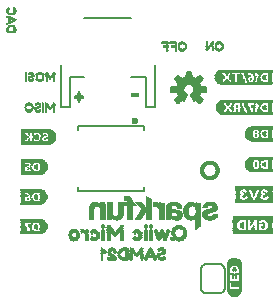
<source format=gbo>
G75*
%MOIN*%
%OFA0B0*%
%FSLAX25Y25*%
%IPPOS*%
%LPD*%
%AMOC8*
5,1,8,0,0,1.08239X$1,22.5*
%
%ADD10C,0.01200*%
%ADD11C,0.00591*%
%ADD12C,0.02362*%
%ADD13C,0.00800*%
%ADD14C,0.00300*%
%ADD15R,0.02559X0.00197*%
%ADD16R,0.02953X0.00197*%
%ADD17R,0.02953X0.00236*%
%ADD18R,0.00591X0.00197*%
%ADD19R,0.00984X0.00197*%
%ADD20R,0.01378X0.00197*%
%ADD21R,0.03346X0.00236*%
%ADD22R,0.03346X0.00197*%
%ADD23R,0.01378X0.00236*%
%ADD24R,0.00984X0.00236*%
%ADD25R,0.10039X0.00118*%
%ADD26R,0.10394X0.00118*%
%ADD27R,0.10630X0.00079*%
%ADD28R,0.10748X0.00157*%
%ADD29R,0.10866X0.00118*%
%ADD30R,0.10984X0.00118*%
%ADD31R,0.11102X0.00079*%
%ADD32R,0.02835X0.00118*%
%ADD33R,0.02480X0.00118*%
%ADD34R,0.02953X0.00118*%
%ADD35R,0.01654X0.00118*%
%ADD36R,0.02598X0.00157*%
%ADD37R,0.01772X0.00157*%
%ADD38R,0.00827X0.00157*%
%ADD39R,0.01063X0.00157*%
%ADD40R,0.01535X0.00157*%
%ADD41R,0.01299X0.00118*%
%ADD42R,0.00472X0.00118*%
%ADD43R,0.00945X0.00118*%
%ADD44R,0.01417X0.00118*%
%ADD45R,0.00354X0.00118*%
%ADD46R,0.00709X0.00118*%
%ADD47R,0.02598X0.00118*%
%ADD48R,0.00827X0.00118*%
%ADD49R,0.00236X0.00118*%
%ADD50R,0.00591X0.00118*%
%ADD51R,0.02480X0.00157*%
%ADD52R,0.00236X0.00157*%
%ADD53R,0.00472X0.00157*%
%ADD54R,0.01417X0.00157*%
%ADD55R,0.01535X0.00118*%
%ADD56R,0.01772X0.00118*%
%ADD57R,0.01181X0.00118*%
%ADD58R,0.01654X0.00157*%
%ADD59R,0.02008X0.00157*%
%ADD60R,0.00118X0.00157*%
%ADD61R,0.01890X0.00157*%
%ADD62R,0.02126X0.00118*%
%ADD63R,0.02008X0.00118*%
%ADD64R,0.02717X0.00118*%
%ADD65R,0.02244X0.00118*%
%ADD66R,0.02835X0.00157*%
%ADD67R,0.00354X0.00157*%
%ADD68R,0.02126X0.00157*%
%ADD69R,0.02362X0.00157*%
%ADD70R,0.02362X0.00118*%
%ADD71R,0.03189X0.00118*%
%ADD72R,0.03661X0.00118*%
%ADD73R,0.03898X0.00157*%
%ADD74R,0.00118X0.00118*%
%ADD75R,0.01890X0.00118*%
%ADD76R,0.01063X0.00118*%
%ADD77R,0.00591X0.00157*%
%ADD78R,0.00709X0.00157*%
%ADD79R,0.00945X0.00157*%
%ADD80R,0.11102X0.00118*%
%ADD81R,0.10748X0.00118*%
%ADD82R,0.10512X0.00118*%
%ADD83R,0.01299X0.00157*%
%ADD84R,0.01181X0.00157*%
%ADD85R,0.03425X0.00118*%
%ADD86R,0.02244X0.00157*%
%ADD87R,0.00118X0.09331*%
%ADD88R,0.00118X0.10039*%
%ADD89R,0.00079X0.10512*%
%ADD90R,0.00157X0.10984*%
%ADD91R,0.00118X0.11220*%
%ADD92R,0.00118X0.11457*%
%ADD93R,0.00079X0.11693*%
%ADD94R,0.00118X0.11929*%
%ADD95R,0.00157X0.02244*%
%ADD96R,0.00157X0.01890*%
%ADD97R,0.00157X0.00354*%
%ADD98R,0.00157X0.03071*%
%ADD99R,0.00118X0.02126*%
%ADD100R,0.00118X0.01890*%
%ADD101R,0.00118X0.00354*%
%ADD102R,0.00118X0.02835*%
%ADD103R,0.00118X0.02244*%
%ADD104R,0.00118X0.01772*%
%ADD105R,0.00118X0.02598*%
%ADD106R,0.00157X0.02362*%
%ADD107R,0.00157X0.01772*%
%ADD108R,0.00157X0.02717*%
%ADD109R,0.00118X0.02362*%
%ADD110R,0.00118X0.00472*%
%ADD111R,0.00118X0.02008*%
%ADD112R,0.00118X0.00709*%
%ADD113R,0.00118X0.02480*%
%ADD114R,0.00118X0.00945*%
%ADD115R,0.00157X0.02480*%
%ADD116R,0.00157X0.02008*%
%ADD117R,0.00157X0.01063*%
%ADD118R,0.00118X0.01063*%
%ADD119R,0.00118X0.00827*%
%ADD120R,0.00118X0.01181*%
%ADD121R,0.00157X0.00827*%
%ADD122R,0.00157X0.01181*%
%ADD123R,0.00118X0.00591*%
%ADD124R,0.00157X0.02598*%
%ADD125R,0.00118X0.02717*%
%ADD126R,0.00157X0.02953*%
%ADD127R,0.00118X0.03071*%
%ADD128R,0.00118X0.11693*%
%ADD129R,0.00118X0.10984*%
%ADD130R,0.00118X0.10512*%
%ADD131R,0.02717X0.00157*%
%ADD132R,0.07323X0.00118*%
%ADD133R,0.07677X0.00118*%
%ADD134R,0.07913X0.00079*%
%ADD135R,0.08150X0.00157*%
%ADD136R,0.08268X0.00118*%
%ADD137R,0.08386X0.00118*%
%ADD138R,0.08504X0.00079*%
%ADD139R,0.05197X0.00118*%
%ADD140R,0.08504X0.00118*%
%ADD141R,0.08150X0.00118*%
%ADD142R,0.07913X0.00118*%
%ADD143R,0.00787X0.00197*%
%ADD144R,0.01181X0.00197*%
%ADD145R,0.02165X0.00197*%
%ADD146R,0.03740X0.00197*%
%ADD147R,0.04134X0.00197*%
%ADD148R,0.00394X0.00197*%
%ADD149R,0.04528X0.00197*%
%ADD150R,0.01772X0.00197*%
%ADD151R,0.01575X0.00197*%
%ADD152R,0.03150X0.00197*%
%ADD153R,0.04724X0.00236*%
%ADD154R,0.01181X0.00236*%
%ADD155R,0.00394X0.00236*%
%ADD156R,0.04331X0.00197*%
%ADD157R,0.01772X0.00236*%
%ADD158R,0.01969X0.00236*%
%ADD159R,0.05118X0.00197*%
%ADD160R,0.04921X0.00197*%
%ADD161R,0.04724X0.00197*%
%ADD162R,0.02756X0.00236*%
%ADD163R,0.02165X0.00236*%
%ADD164R,0.00197X0.00197*%
%ADD165R,0.01969X0.00197*%
%ADD166R,0.02362X0.00197*%
%ADD167R,0.02756X0.00197*%
%ADD168R,0.05709X0.00197*%
%ADD169R,0.03543X0.00197*%
%ADD170R,0.01575X0.00236*%
%ADD171R,0.02362X0.00236*%
%ADD172R,0.01102X0.00157*%
%ADD173R,0.00157X0.00157*%
%ADD174R,0.01260X0.00157*%
%ADD175R,0.00787X0.00157*%
%ADD176R,0.02205X0.00157*%
%ADD177R,0.01732X0.00157*%
%ADD178R,0.02677X0.00157*%
%ADD179R,0.02047X0.00157*%
%ADD180R,0.02520X0.00157*%
%ADD181R,0.02992X0.00157*%
%ADD182R,0.03150X0.00157*%
%ADD183R,0.01575X0.00157*%
%ADD184R,0.03307X0.00157*%
%ADD185R,0.04567X0.00157*%
%ADD186R,0.00315X0.00157*%
%ADD187R,0.03465X0.00157*%
%ADD188R,0.03622X0.00157*%
%ADD189R,0.00630X0.00157*%
%ADD190R,0.03780X0.00157*%
%ADD191R,0.03937X0.00157*%
%ADD192R,0.13386X0.00157*%
%ADD193R,0.13386X0.00118*%
%ADD194R,0.02913X0.00118*%
%ADD195R,0.09646X0.00118*%
%ADD196R,0.02638X0.00157*%
%ADD197R,0.00551X0.00157*%
%ADD198R,0.01378X0.00118*%
%ADD199R,0.00433X0.00118*%
%ADD200R,0.01220X0.00157*%
%ADD201R,0.00433X0.00157*%
%ADD202R,0.01929X0.00118*%
%ADD203R,0.00551X0.00118*%
%ADD204R,0.01220X0.00118*%
%ADD205R,0.02087X0.00118*%
%ADD206R,0.01929X0.00157*%
%ADD207R,0.01811X0.00118*%
%ADD208R,0.00984X0.00118*%
%ADD209R,0.00669X0.00157*%
%ADD210R,0.02638X0.00118*%
%ADD211R,0.01260X0.00118*%
%ADD212R,0.00394X0.00157*%
%ADD213R,0.01378X0.00157*%
%ADD214R,0.00394X0.00118*%
%ADD215R,0.00276X0.00157*%
%ADD216R,0.00276X0.00118*%
%ADD217R,0.01102X0.00118*%
%ADD218R,0.00984X0.00157*%
%ADD219R,0.01811X0.00157*%
%ADD220R,0.02087X0.00157*%
%ADD221R,0.02205X0.00118*%
%ADD222R,0.01496X0.00157*%
%ADD223R,0.02756X0.00118*%
%ADD224R,0.00669X0.00118*%
%ADD225R,0.12520X0.00157*%
%ADD226R,0.12520X0.00118*%
%ADD227R,0.06220X0.00118*%
%ADD228R,0.02047X0.00118*%
%ADD229R,0.01496X0.00118*%
%ADD230R,0.03031X0.00118*%
%ADD231R,0.00157X0.00118*%
%ADD232R,0.00157X0.01654*%
%ADD233R,0.00157X0.00591*%
%ADD234R,0.00157X0.01299*%
%ADD235R,0.00118X0.01299*%
%ADD236R,0.00118X0.01417*%
%ADD237R,0.00118X0.00236*%
%ADD238R,0.00157X0.00945*%
%ADD239R,0.00157X0.01535*%
%ADD240R,0.00118X0.01654*%
%ADD241R,0.00157X0.02835*%
%ADD242R,0.00157X0.00709*%
%ADD243R,0.00118X0.01535*%
%ADD244R,0.17480X0.00118*%
%ADD245R,0.17835X0.00118*%
%ADD246R,0.18071X0.00079*%
%ADD247R,0.18307X0.00157*%
%ADD248R,0.18425X0.00118*%
%ADD249R,0.18543X0.00118*%
%ADD250R,0.09921X0.00079*%
%ADD251R,0.08386X0.00079*%
%ADD252R,0.09803X0.00118*%
%ADD253R,0.03071X0.00157*%
%ADD254R,0.03307X0.00118*%
%ADD255R,0.03425X0.00157*%
%ADD256R,0.09567X0.00118*%
%ADD257R,0.08622X0.00118*%
%ADD258R,0.18307X0.00118*%
%ADD259R,0.18071X0.00118*%
%ADD260R,0.17008X0.00118*%
%ADD261R,0.17362X0.00118*%
%ADD262R,0.17598X0.00079*%
%ADD263R,0.17835X0.00157*%
%ADD264R,0.17953X0.00118*%
%ADD265R,0.09094X0.00118*%
%ADD266R,0.17598X0.00118*%
%ADD267R,0.07087X0.00118*%
%ADD268R,0.07441X0.00118*%
%ADD269R,0.07677X0.00079*%
%ADD270R,0.07913X0.00157*%
%ADD271R,0.08031X0.00118*%
%ADD272R,0.08268X0.00079*%
D10*
X0191733Y0096333D02*
X0191735Y0096434D01*
X0191741Y0096536D01*
X0191751Y0096637D01*
X0191765Y0096737D01*
X0191782Y0096837D01*
X0191804Y0096936D01*
X0191829Y0097034D01*
X0191859Y0097132D01*
X0191892Y0097228D01*
X0191928Y0097322D01*
X0191969Y0097415D01*
X0192013Y0097507D01*
X0192060Y0097596D01*
X0192112Y0097684D01*
X0192166Y0097770D01*
X0192224Y0097853D01*
X0192285Y0097934D01*
X0192349Y0098013D01*
X0192416Y0098089D01*
X0192486Y0098162D01*
X0192558Y0098233D01*
X0192634Y0098301D01*
X0192712Y0098366D01*
X0192792Y0098427D01*
X0192875Y0098486D01*
X0192960Y0098541D01*
X0193048Y0098593D01*
X0193137Y0098642D01*
X0193228Y0098686D01*
X0193320Y0098728D01*
X0193415Y0098765D01*
X0193510Y0098799D01*
X0193607Y0098830D01*
X0193705Y0098856D01*
X0193804Y0098879D01*
X0193904Y0098897D01*
X0194004Y0098912D01*
X0194105Y0098923D01*
X0194206Y0098930D01*
X0194308Y0098933D01*
X0194409Y0098932D01*
X0194510Y0098927D01*
X0194612Y0098918D01*
X0194712Y0098905D01*
X0194812Y0098888D01*
X0194912Y0098868D01*
X0195010Y0098843D01*
X0195107Y0098815D01*
X0195204Y0098783D01*
X0195299Y0098747D01*
X0195392Y0098708D01*
X0195484Y0098664D01*
X0195574Y0098618D01*
X0195662Y0098568D01*
X0195748Y0098514D01*
X0195832Y0098457D01*
X0195914Y0098397D01*
X0195993Y0098334D01*
X0196070Y0098267D01*
X0196144Y0098198D01*
X0196216Y0098126D01*
X0196284Y0098051D01*
X0196350Y0097974D01*
X0196412Y0097894D01*
X0196472Y0097812D01*
X0196528Y0097727D01*
X0196580Y0097640D01*
X0196630Y0097552D01*
X0196676Y0097461D01*
X0196718Y0097369D01*
X0196756Y0097275D01*
X0196791Y0097180D01*
X0196822Y0097083D01*
X0196850Y0096985D01*
X0196873Y0096887D01*
X0196893Y0096787D01*
X0196909Y0096687D01*
X0196921Y0096586D01*
X0196929Y0096485D01*
X0196933Y0096384D01*
X0196933Y0096282D01*
X0196929Y0096181D01*
X0196921Y0096080D01*
X0196909Y0095979D01*
X0196893Y0095879D01*
X0196873Y0095779D01*
X0196850Y0095681D01*
X0196822Y0095583D01*
X0196791Y0095486D01*
X0196756Y0095391D01*
X0196718Y0095297D01*
X0196676Y0095205D01*
X0196630Y0095114D01*
X0196580Y0095026D01*
X0196528Y0094939D01*
X0196472Y0094854D01*
X0196412Y0094772D01*
X0196350Y0094692D01*
X0196284Y0094615D01*
X0196216Y0094540D01*
X0196144Y0094468D01*
X0196070Y0094399D01*
X0195993Y0094332D01*
X0195914Y0094269D01*
X0195832Y0094209D01*
X0195748Y0094152D01*
X0195662Y0094098D01*
X0195574Y0094048D01*
X0195484Y0094002D01*
X0195392Y0093958D01*
X0195299Y0093919D01*
X0195204Y0093883D01*
X0195107Y0093851D01*
X0195010Y0093823D01*
X0194912Y0093798D01*
X0194812Y0093778D01*
X0194712Y0093761D01*
X0194612Y0093748D01*
X0194510Y0093739D01*
X0194409Y0093734D01*
X0194308Y0093733D01*
X0194206Y0093736D01*
X0194105Y0093743D01*
X0194004Y0093754D01*
X0193904Y0093769D01*
X0193804Y0093787D01*
X0193705Y0093810D01*
X0193607Y0093836D01*
X0193510Y0093867D01*
X0193415Y0093901D01*
X0193320Y0093938D01*
X0193228Y0093980D01*
X0193137Y0094024D01*
X0193048Y0094073D01*
X0192960Y0094125D01*
X0192875Y0094180D01*
X0192792Y0094239D01*
X0192712Y0094300D01*
X0192634Y0094365D01*
X0192558Y0094433D01*
X0192486Y0094504D01*
X0192416Y0094577D01*
X0192349Y0094653D01*
X0192285Y0094732D01*
X0192224Y0094813D01*
X0192166Y0094896D01*
X0192112Y0094982D01*
X0192060Y0095070D01*
X0192013Y0095159D01*
X0191969Y0095251D01*
X0191928Y0095344D01*
X0191892Y0095438D01*
X0191859Y0095534D01*
X0191829Y0095632D01*
X0191804Y0095730D01*
X0191782Y0095829D01*
X0191765Y0095929D01*
X0191751Y0096029D01*
X0191741Y0096130D01*
X0191735Y0096232D01*
X0191733Y0096333D01*
D11*
X0190969Y0118680D02*
X0189485Y0119890D01*
X0188887Y0119582D01*
X0188040Y0121628D01*
X0188418Y0121840D01*
X0188737Y0122135D01*
X0188978Y0122495D01*
X0189128Y0122902D01*
X0189179Y0123333D01*
X0189126Y0123772D01*
X0188970Y0124185D01*
X0188721Y0124550D01*
X0188392Y0124845D01*
X0188002Y0125053D01*
X0187574Y0125163D01*
X0187133Y0125167D01*
X0186702Y0125067D01*
X0186308Y0124867D01*
X0185973Y0124580D01*
X0185716Y0124221D01*
X0185551Y0123811D01*
X0185489Y0123373D01*
X0185532Y0122934D01*
X0185678Y0122517D01*
X0185920Y0122147D01*
X0186242Y0121845D01*
X0186627Y0121628D01*
X0185779Y0119582D01*
X0185182Y0119890D01*
X0183698Y0118680D01*
X0182680Y0119698D01*
X0183890Y0121182D01*
X0183582Y0121780D01*
X0183377Y0122420D01*
X0181472Y0122614D01*
X0181472Y0124053D01*
X0183377Y0124247D01*
X0183582Y0124887D01*
X0183890Y0125485D01*
X0182680Y0126969D01*
X0183698Y0127987D01*
X0185182Y0126777D01*
X0185780Y0127085D01*
X0186420Y0127290D01*
X0186614Y0129195D01*
X0188053Y0129195D01*
X0188247Y0127290D01*
X0188887Y0127085D01*
X0189485Y0126777D01*
X0190969Y0127987D01*
X0191987Y0126969D01*
X0190777Y0125485D01*
X0191085Y0124887D01*
X0191290Y0124247D01*
X0193195Y0124053D01*
X0193195Y0122614D01*
X0191290Y0122420D01*
X0191085Y0121780D01*
X0190777Y0121182D01*
X0191987Y0119698D01*
X0190969Y0118680D01*
X0191187Y0118897D02*
X0190702Y0118897D01*
X0189980Y0119486D02*
X0191776Y0119486D01*
X0191679Y0120076D02*
X0188683Y0120076D01*
X0188439Y0120665D02*
X0191198Y0120665D01*
X0190814Y0121254D02*
X0188195Y0121254D01*
X0188421Y0121843D02*
X0191105Y0121843D01*
X0191406Y0122432D02*
X0188935Y0122432D01*
X0189142Y0123021D02*
X0193195Y0123021D01*
X0193195Y0123610D02*
X0189146Y0123610D01*
X0188961Y0124199D02*
X0191759Y0124199D01*
X0191116Y0124788D02*
X0188455Y0124788D01*
X0186216Y0124788D02*
X0183550Y0124788D01*
X0183834Y0125377D02*
X0190832Y0125377D01*
X0191169Y0125966D02*
X0183498Y0125966D01*
X0183017Y0126555D02*
X0191649Y0126555D01*
X0191812Y0127144D02*
X0189936Y0127144D01*
X0190658Y0127733D02*
X0191223Y0127733D01*
X0188701Y0127144D02*
X0185966Y0127144D01*
X0186465Y0127733D02*
X0188202Y0127733D01*
X0188142Y0128322D02*
X0186525Y0128322D01*
X0186585Y0128911D02*
X0188082Y0128911D01*
X0184731Y0127144D02*
X0182855Y0127144D01*
X0183444Y0127733D02*
X0184008Y0127733D01*
X0182907Y0124199D02*
X0185707Y0124199D01*
X0185523Y0123610D02*
X0181472Y0123610D01*
X0181472Y0123021D02*
X0185523Y0123021D01*
X0185734Y0122432D02*
X0183261Y0122432D01*
X0183562Y0121843D02*
X0186246Y0121843D01*
X0186472Y0121254D02*
X0183853Y0121254D01*
X0183468Y0120665D02*
X0186228Y0120665D01*
X0185984Y0120076D02*
X0182988Y0120076D01*
X0182891Y0119486D02*
X0184687Y0119486D01*
X0183964Y0118897D02*
X0183480Y0118897D01*
D12*
X0169408Y0112908D03*
D13*
X0172227Y0111227D02*
X0172227Y0109940D01*
X0172227Y0111227D02*
X0150440Y0111227D01*
X0150440Y0109940D01*
X0147735Y0117617D02*
X0144585Y0117617D01*
X0144585Y0131396D01*
X0147735Y0127459D02*
X0147735Y0117617D01*
X0147735Y0127459D02*
X0152459Y0127459D01*
X0168207Y0127459D02*
X0172932Y0127459D01*
X0172932Y0117617D01*
X0176081Y0117617D01*
X0176081Y0131396D01*
X0168207Y0147144D02*
X0152459Y0147144D01*
X0150440Y0090727D02*
X0150440Y0089440D01*
X0172227Y0089440D01*
X0172227Y0090727D01*
X0193133Y0065133D02*
X0197533Y0065133D01*
X0197616Y0065131D01*
X0197699Y0065125D01*
X0197782Y0065116D01*
X0197864Y0065102D01*
X0197945Y0065085D01*
X0198026Y0065064D01*
X0198105Y0065040D01*
X0198183Y0065011D01*
X0198260Y0064980D01*
X0198335Y0064944D01*
X0198409Y0064906D01*
X0198481Y0064863D01*
X0198550Y0064818D01*
X0198618Y0064769D01*
X0198683Y0064718D01*
X0198746Y0064663D01*
X0198806Y0064606D01*
X0198863Y0064546D01*
X0198918Y0064483D01*
X0198969Y0064418D01*
X0199018Y0064350D01*
X0199063Y0064281D01*
X0199106Y0064209D01*
X0199144Y0064135D01*
X0199180Y0064060D01*
X0199211Y0063983D01*
X0199240Y0063905D01*
X0199264Y0063826D01*
X0199285Y0063745D01*
X0199302Y0063664D01*
X0199316Y0063582D01*
X0199325Y0063499D01*
X0199331Y0063416D01*
X0199333Y0063333D01*
X0199333Y0057333D01*
X0199331Y0057250D01*
X0199325Y0057167D01*
X0199316Y0057084D01*
X0199302Y0057002D01*
X0199285Y0056921D01*
X0199264Y0056840D01*
X0199240Y0056761D01*
X0199211Y0056683D01*
X0199180Y0056606D01*
X0199144Y0056531D01*
X0199106Y0056457D01*
X0199063Y0056385D01*
X0199018Y0056316D01*
X0198969Y0056248D01*
X0198918Y0056183D01*
X0198863Y0056120D01*
X0198806Y0056060D01*
X0198746Y0056003D01*
X0198683Y0055948D01*
X0198618Y0055897D01*
X0198550Y0055848D01*
X0198481Y0055803D01*
X0198409Y0055760D01*
X0198335Y0055722D01*
X0198260Y0055686D01*
X0198183Y0055655D01*
X0198105Y0055626D01*
X0198026Y0055602D01*
X0197945Y0055581D01*
X0197864Y0055564D01*
X0197782Y0055550D01*
X0197699Y0055541D01*
X0197616Y0055535D01*
X0197533Y0055533D01*
X0193133Y0055533D01*
X0193050Y0055535D01*
X0192967Y0055541D01*
X0192884Y0055550D01*
X0192802Y0055564D01*
X0192721Y0055581D01*
X0192640Y0055602D01*
X0192561Y0055626D01*
X0192483Y0055655D01*
X0192406Y0055686D01*
X0192331Y0055722D01*
X0192257Y0055760D01*
X0192185Y0055803D01*
X0192116Y0055848D01*
X0192048Y0055897D01*
X0191983Y0055948D01*
X0191920Y0056003D01*
X0191860Y0056060D01*
X0191803Y0056120D01*
X0191748Y0056183D01*
X0191697Y0056248D01*
X0191648Y0056316D01*
X0191603Y0056385D01*
X0191560Y0056457D01*
X0191522Y0056531D01*
X0191486Y0056606D01*
X0191455Y0056683D01*
X0191426Y0056761D01*
X0191402Y0056840D01*
X0191381Y0056921D01*
X0191364Y0057002D01*
X0191350Y0057084D01*
X0191341Y0057167D01*
X0191335Y0057250D01*
X0191333Y0057333D01*
X0191333Y0063333D01*
X0191335Y0063416D01*
X0191341Y0063499D01*
X0191350Y0063582D01*
X0191364Y0063664D01*
X0191381Y0063745D01*
X0191402Y0063826D01*
X0191426Y0063905D01*
X0191455Y0063983D01*
X0191486Y0064060D01*
X0191522Y0064135D01*
X0191560Y0064209D01*
X0191603Y0064281D01*
X0191648Y0064350D01*
X0191697Y0064418D01*
X0191748Y0064483D01*
X0191803Y0064546D01*
X0191860Y0064606D01*
X0191920Y0064663D01*
X0191983Y0064718D01*
X0192048Y0064769D01*
X0192116Y0064818D01*
X0192185Y0064863D01*
X0192257Y0064906D01*
X0192331Y0064944D01*
X0192406Y0064980D01*
X0192483Y0065011D01*
X0192561Y0065040D01*
X0192640Y0065064D01*
X0192721Y0065085D01*
X0192802Y0065102D01*
X0192884Y0065116D01*
X0192967Y0065125D01*
X0193050Y0065131D01*
X0193133Y0065133D01*
D14*
X0189542Y0076802D02*
X0189739Y0076959D01*
X0189936Y0077156D01*
X0190329Y0077471D01*
X0190684Y0077825D01*
X0190881Y0077983D01*
X0191077Y0078180D01*
X0191077Y0085424D01*
X0190881Y0085463D01*
X0190723Y0085503D01*
X0190526Y0085542D01*
X0190369Y0085542D01*
X0189975Y0085621D01*
X0189818Y0085660D01*
X0189621Y0085699D01*
X0189621Y0084991D01*
X0189306Y0085385D01*
X0188912Y0085621D01*
X0188676Y0085739D01*
X0187967Y0085857D01*
X0187337Y0085778D01*
X0186825Y0085581D01*
X0186392Y0085306D01*
X0186038Y0084951D01*
X0185762Y0084479D01*
X0185566Y0083967D01*
X0185448Y0083416D01*
X0185448Y0082865D01*
X0186944Y0082904D01*
X0187022Y0083534D01*
X0187140Y0083849D01*
X0187259Y0084125D01*
X0187455Y0084361D01*
X0187692Y0084518D01*
X0187967Y0084636D01*
X0188282Y0084676D01*
X0188636Y0084636D01*
X0188912Y0084518D01*
X0189148Y0084361D01*
X0189345Y0084125D01*
X0189463Y0083849D01*
X0189621Y0083219D01*
X0189621Y0082550D01*
X0189463Y0081920D01*
X0189148Y0081448D01*
X0188912Y0081290D01*
X0188636Y0081172D01*
X0188282Y0081133D01*
X0187928Y0081172D01*
X0187652Y0081290D01*
X0187416Y0081448D01*
X0187101Y0081920D01*
X0185762Y0081290D01*
X0186038Y0080857D01*
X0186392Y0080503D01*
X0186786Y0080227D01*
X0187298Y0080030D01*
X0187888Y0079991D01*
X0188125Y0079991D01*
X0188361Y0080030D01*
X0188833Y0080188D01*
X0189030Y0080306D01*
X0189227Y0080463D01*
X0189385Y0080621D01*
X0189542Y0080818D01*
X0189542Y0076802D01*
X0189542Y0076811D02*
X0189554Y0076811D01*
X0189542Y0077110D02*
X0189889Y0077110D01*
X0189542Y0077408D02*
X0190251Y0077408D01*
X0190565Y0077707D02*
X0189542Y0077707D01*
X0189542Y0078005D02*
X0190903Y0078005D01*
X0191077Y0078304D02*
X0189542Y0078304D01*
X0189542Y0078602D02*
X0191077Y0078602D01*
X0191077Y0078901D02*
X0189542Y0078901D01*
X0189542Y0079199D02*
X0191077Y0079199D01*
X0191077Y0079498D02*
X0189542Y0079498D01*
X0189542Y0079796D02*
X0191077Y0079796D01*
X0191077Y0080095D02*
X0189542Y0080095D01*
X0189542Y0080393D02*
X0191077Y0080393D01*
X0191077Y0080692D02*
X0189542Y0080692D01*
X0189441Y0080692D02*
X0186203Y0080692D01*
X0185953Y0080990D02*
X0191077Y0080990D01*
X0191077Y0081289D02*
X0188910Y0081289D01*
X0189242Y0081587D02*
X0191077Y0081587D01*
X0191077Y0081886D02*
X0189441Y0081886D01*
X0189529Y0082184D02*
X0191077Y0082184D01*
X0191077Y0082483D02*
X0189604Y0082483D01*
X0189621Y0082781D02*
X0191077Y0082781D01*
X0191077Y0083080D02*
X0189621Y0083080D01*
X0189581Y0083379D02*
X0191077Y0083379D01*
X0191077Y0083677D02*
X0189506Y0083677D01*
X0189409Y0083976D02*
X0191077Y0083976D01*
X0191077Y0084274D02*
X0189221Y0084274D01*
X0188786Y0084573D02*
X0191077Y0084573D01*
X0191077Y0084871D02*
X0185991Y0084871D01*
X0185817Y0084573D02*
X0187818Y0084573D01*
X0187383Y0084274D02*
X0185684Y0084274D01*
X0185569Y0083976D02*
X0187195Y0083976D01*
X0187076Y0083677D02*
X0185503Y0083677D01*
X0185448Y0083379D02*
X0187003Y0083379D01*
X0186966Y0083080D02*
X0185448Y0083080D01*
X0185448Y0082865D02*
X0185487Y0082314D01*
X0185566Y0081762D01*
X0185762Y0081290D01*
X0187101Y0081920D01*
X0187022Y0082235D01*
X0186983Y0082550D01*
X0186944Y0082904D01*
X0185448Y0082865D01*
X0185453Y0082781D02*
X0186957Y0082781D01*
X0186991Y0082483D02*
X0185475Y0082483D01*
X0185505Y0082184D02*
X0187035Y0082184D01*
X0187029Y0081886D02*
X0187124Y0081886D01*
X0187029Y0081886D02*
X0185548Y0081886D01*
X0185639Y0081587D02*
X0186394Y0081587D01*
X0187323Y0081587D01*
X0187655Y0081289D02*
X0185763Y0081289D01*
X0184975Y0081408D02*
X0184936Y0081211D01*
X0184857Y0080896D01*
X0184778Y0080739D01*
X0184660Y0080581D01*
X0184424Y0080345D01*
X0184306Y0080266D01*
X0183991Y0080109D01*
X0183833Y0080070D01*
X0183676Y0079991D01*
X0183479Y0079991D01*
X0183282Y0079951D01*
X0182967Y0079951D01*
X0182849Y0079991D01*
X0182573Y0079991D01*
X0182455Y0080030D01*
X0182337Y0080030D01*
X0182219Y0080070D01*
X0182062Y0080109D01*
X0181944Y0080148D01*
X0181825Y0080227D01*
X0181747Y0080266D01*
X0181629Y0080345D01*
X0181510Y0080385D01*
X0181392Y0080463D01*
X0181314Y0080581D01*
X0181235Y0080660D01*
X0181235Y0080581D01*
X0181196Y0080542D01*
X0181196Y0080306D01*
X0181156Y0080266D01*
X0181156Y0080227D01*
X0181117Y0080188D01*
X0181117Y0080109D01*
X0179581Y0080109D01*
X0179581Y0080148D01*
X0179621Y0080227D01*
X0179621Y0080266D01*
X0179660Y0080345D01*
X0179660Y0080385D01*
X0179699Y0080463D01*
X0179699Y0080621D01*
X0179739Y0080699D01*
X0179739Y0084243D01*
X0179818Y0084715D01*
X0179896Y0084873D01*
X0179975Y0085070D01*
X0180251Y0085345D01*
X0180408Y0085463D01*
X0180566Y0085542D01*
X0180762Y0085621D01*
X0180920Y0085660D01*
X0181156Y0085739D01*
X0181353Y0085778D01*
X0181550Y0085778D01*
X0181786Y0085818D01*
X0182652Y0085818D01*
X0183361Y0085699D01*
X0183755Y0085542D01*
X0183951Y0085424D01*
X0184266Y0085188D01*
X0184424Y0085030D01*
X0184542Y0084873D01*
X0184660Y0084676D01*
X0184739Y0084440D01*
X0184778Y0084243D01*
X0184818Y0083967D01*
X0183282Y0083967D01*
X0183282Y0084085D01*
X0183243Y0084164D01*
X0183243Y0084282D01*
X0183164Y0084440D01*
X0182928Y0084676D01*
X0182770Y0084755D01*
X0182692Y0084755D01*
X0182573Y0084794D01*
X0182377Y0084794D01*
X0182259Y0084833D01*
X0182180Y0084794D01*
X0181904Y0084794D01*
X0181825Y0084755D01*
X0181747Y0084755D01*
X0181510Y0084636D01*
X0181392Y0084518D01*
X0181314Y0084361D01*
X0181314Y0084282D01*
X0181274Y0084164D01*
X0181274Y0084046D01*
X0181314Y0083849D01*
X0181432Y0083692D01*
X0181589Y0083573D01*
X0181825Y0083495D01*
X0182101Y0083455D01*
X0181944Y0082629D01*
X0181747Y0082629D01*
X0181589Y0082707D01*
X0181510Y0082707D01*
X0181471Y0082747D01*
X0181392Y0082786D01*
X0181353Y0082825D01*
X0181274Y0082865D01*
X0181274Y0082117D01*
X0181314Y0082038D01*
X0181314Y0081920D01*
X0181353Y0081841D01*
X0181353Y0081723D01*
X0181392Y0081605D01*
X0181471Y0081526D01*
X0181510Y0081408D01*
X0181707Y0081211D01*
X0181825Y0081133D01*
X0182298Y0081014D01*
X0182888Y0081014D01*
X0182967Y0081054D01*
X0183046Y0081054D01*
X0183125Y0081093D01*
X0183164Y0081133D01*
X0183243Y0081172D01*
X0183361Y0081290D01*
X0183400Y0081369D01*
X0183400Y0081408D01*
X0183440Y0081526D01*
X0183440Y0081605D01*
X0183479Y0081684D01*
X0183440Y0081802D01*
X0183440Y0081959D01*
X0183361Y0082117D01*
X0183203Y0082274D01*
X0182810Y0082471D01*
X0183125Y0083298D01*
X0183440Y0083259D01*
X0183794Y0083180D01*
X0184109Y0083062D01*
X0184385Y0082904D01*
X0184621Y0082668D01*
X0184818Y0082392D01*
X0184936Y0082038D01*
X0184975Y0081605D01*
X0184975Y0081408D01*
X0184951Y0081289D02*
X0183360Y0081289D01*
X0183440Y0081587D02*
X0184975Y0081587D01*
X0184950Y0081886D02*
X0183440Y0081886D01*
X0183293Y0082184D02*
X0184887Y0082184D01*
X0184753Y0082483D02*
X0182814Y0082483D01*
X0182707Y0082483D01*
X0182731Y0082471D02*
X0182810Y0082471D01*
X0183125Y0083298D01*
X0182770Y0083377D01*
X0182416Y0083416D01*
X0182101Y0083455D01*
X0181944Y0082629D01*
X0182022Y0082589D01*
X0182180Y0082589D01*
X0182298Y0082550D01*
X0182455Y0082550D01*
X0182573Y0082510D01*
X0182652Y0082510D01*
X0182731Y0082471D01*
X0182928Y0082781D02*
X0181973Y0082781D01*
X0181402Y0082781D01*
X0181274Y0082781D02*
X0179739Y0082781D01*
X0179739Y0082483D02*
X0181274Y0082483D01*
X0181274Y0082184D02*
X0179739Y0082184D01*
X0179739Y0081886D02*
X0181331Y0081886D01*
X0181410Y0081587D02*
X0179739Y0081587D01*
X0179739Y0081289D02*
X0181630Y0081289D01*
X0181497Y0080393D02*
X0184472Y0080393D01*
X0184743Y0080692D02*
X0179735Y0080692D01*
X0179739Y0080990D02*
X0184880Y0080990D01*
X0183935Y0080095D02*
X0182118Y0080095D01*
X0181196Y0080393D02*
X0179665Y0080393D01*
X0178912Y0080393D02*
X0177377Y0080393D01*
X0177377Y0080109D02*
X0178912Y0080109D01*
X0178912Y0085424D01*
X0178518Y0085503D01*
X0178361Y0085542D01*
X0178164Y0085542D01*
X0177967Y0085581D01*
X0177810Y0085621D01*
X0177613Y0085660D01*
X0177455Y0085699D01*
X0177455Y0084636D01*
X0177416Y0084636D01*
X0177298Y0084912D01*
X0177140Y0085148D01*
X0176944Y0085345D01*
X0176471Y0085660D01*
X0175920Y0085818D01*
X0175369Y0085818D01*
X0175329Y0085778D01*
X0175329Y0084361D01*
X0175369Y0084361D01*
X0175448Y0084400D01*
X0175881Y0084400D01*
X0176274Y0084361D01*
X0176589Y0084282D01*
X0176825Y0084125D01*
X0177062Y0083888D01*
X0177298Y0083337D01*
X0177377Y0082983D01*
X0177377Y0080109D01*
X0177377Y0080692D02*
X0178912Y0080692D01*
X0178912Y0080990D02*
X0177377Y0080990D01*
X0177377Y0081289D02*
X0178912Y0081289D01*
X0178912Y0081587D02*
X0177377Y0081587D01*
X0177377Y0081886D02*
X0178912Y0081886D01*
X0178912Y0082184D02*
X0177377Y0082184D01*
X0177377Y0082483D02*
X0178912Y0082483D01*
X0178912Y0082781D02*
X0177377Y0082781D01*
X0177355Y0083080D02*
X0178912Y0083080D01*
X0178912Y0083379D02*
X0177280Y0083379D01*
X0177152Y0083677D02*
X0178912Y0083677D01*
X0178912Y0083976D02*
X0176975Y0083976D01*
X0176601Y0084274D02*
X0178912Y0084274D01*
X0178912Y0084573D02*
X0175329Y0084573D01*
X0175329Y0084871D02*
X0177315Y0084871D01*
X0177455Y0084871D02*
X0178912Y0084871D01*
X0178912Y0085170D02*
X0177455Y0085170D01*
X0177455Y0085468D02*
X0178691Y0085468D01*
X0179896Y0084871D02*
X0184543Y0084871D01*
X0184695Y0084573D02*
X0183031Y0084573D01*
X0183243Y0084274D02*
X0184772Y0084274D01*
X0184816Y0083976D02*
X0183282Y0083976D01*
X0182754Y0083379D02*
X0182086Y0083379D01*
X0179739Y0083379D01*
X0179739Y0083677D02*
X0181451Y0083677D01*
X0181288Y0083976D02*
X0179739Y0083976D01*
X0179744Y0084274D02*
X0181311Y0084274D01*
X0181447Y0084573D02*
X0179794Y0084573D01*
X0180075Y0085170D02*
X0184284Y0085170D01*
X0183878Y0085468D02*
X0180418Y0085468D01*
X0181295Y0085767D02*
X0182958Y0085767D01*
X0186256Y0085170D02*
X0189478Y0085170D01*
X0189621Y0085170D02*
X0191077Y0085170D01*
X0190861Y0085468D02*
X0189621Y0085468D01*
X0189166Y0085468D02*
X0186647Y0085468D01*
X0187307Y0085767D02*
X0188509Y0085767D01*
X0191944Y0084518D02*
X0191865Y0084085D01*
X0193322Y0084085D01*
X0193361Y0084282D01*
X0193400Y0084440D01*
X0193636Y0084676D01*
X0193794Y0084755D01*
X0193951Y0084794D01*
X0194148Y0084833D01*
X0194503Y0084833D01*
X0194621Y0084794D01*
X0194778Y0084794D01*
X0194896Y0084755D01*
X0195133Y0084597D01*
X0195172Y0084479D01*
X0195211Y0084322D01*
X0195172Y0084125D01*
X0195054Y0083967D01*
X0194896Y0083849D01*
X0194660Y0083770D01*
X0194109Y0083613D01*
X0193794Y0083573D01*
X0193479Y0083495D01*
X0193125Y0083416D01*
X0192810Y0083298D01*
X0192534Y0083180D01*
X0192259Y0083022D01*
X0192022Y0082825D01*
X0191865Y0082589D01*
X0191747Y0082274D01*
X0191707Y0081920D01*
X0191747Y0081408D01*
X0191944Y0081014D01*
X0192180Y0080660D01*
X0192495Y0080424D01*
X0192888Y0080227D01*
X0193322Y0080070D01*
X0193794Y0079991D01*
X0194739Y0079991D01*
X0195211Y0080070D01*
X0195644Y0080227D01*
X0196038Y0080424D01*
X0196353Y0080660D01*
X0196629Y0081014D01*
X0196786Y0081448D01*
X0196865Y0081920D01*
X0195408Y0081920D01*
X0195369Y0081684D01*
X0195290Y0081526D01*
X0195211Y0081329D01*
X0195054Y0081211D01*
X0194660Y0081054D01*
X0194463Y0081014D01*
X0194227Y0080975D01*
X0194070Y0081014D01*
X0193912Y0081014D01*
X0193715Y0081093D01*
X0193558Y0081133D01*
X0193322Y0081369D01*
X0193243Y0081526D01*
X0193243Y0081723D01*
X0193282Y0081881D01*
X0193361Y0081999D01*
X0193479Y0082117D01*
X0193676Y0082235D01*
X0194227Y0082392D01*
X0194581Y0082471D01*
X0194975Y0082550D01*
X0195290Y0082668D01*
X0195605Y0082747D01*
X0195920Y0082865D01*
X0196196Y0083022D01*
X0196589Y0083416D01*
X0196707Y0083731D01*
X0196747Y0084046D01*
X0196668Y0084558D01*
X0196510Y0084951D01*
X0196274Y0085227D01*
X0195959Y0085463D01*
X0195605Y0085660D01*
X0195211Y0085778D01*
X0194778Y0085818D01*
X0194306Y0085857D01*
X0193440Y0085778D01*
X0193046Y0085660D01*
X0192692Y0085463D01*
X0192377Y0085227D01*
X0192101Y0084912D01*
X0191944Y0084518D01*
X0191965Y0084573D02*
X0193533Y0084573D01*
X0193359Y0084274D02*
X0191899Y0084274D01*
X0192085Y0084871D02*
X0196543Y0084871D01*
X0196662Y0084573D02*
X0195141Y0084573D01*
X0195202Y0084274D02*
X0196712Y0084274D01*
X0196738Y0083976D02*
X0195060Y0083976D01*
X0194333Y0083677D02*
X0196687Y0083677D01*
X0196552Y0083379D02*
X0193025Y0083379D01*
X0192359Y0083080D02*
X0196253Y0083080D01*
X0195698Y0082781D02*
X0191993Y0082781D01*
X0191825Y0082483D02*
X0194641Y0082483D01*
X0195402Y0081886D02*
X0196859Y0081886D01*
X0196809Y0081587D02*
X0195321Y0081587D01*
X0195157Y0081289D02*
X0196728Y0081289D01*
X0196610Y0080990D02*
X0194319Y0080990D01*
X0194166Y0080990D02*
X0191960Y0080990D01*
X0191806Y0081289D02*
X0193401Y0081289D01*
X0193243Y0081587D02*
X0191733Y0081587D01*
X0191710Y0081886D02*
X0193286Y0081886D01*
X0193592Y0082184D02*
X0191737Y0082184D01*
X0192159Y0080692D02*
X0196378Y0080692D01*
X0195977Y0080393D02*
X0192556Y0080393D01*
X0193252Y0080095D02*
X0195281Y0080095D01*
X0196324Y0085170D02*
X0192326Y0085170D01*
X0192700Y0085468D02*
X0195951Y0085468D01*
X0195250Y0085767D02*
X0193401Y0085767D01*
X0184507Y0082781D02*
X0182928Y0082781D01*
X0183042Y0083080D02*
X0184060Y0083080D01*
X0183042Y0083080D02*
X0182030Y0083080D01*
X0179739Y0083080D01*
X0177119Y0085170D02*
X0175329Y0085170D01*
X0175329Y0085468D02*
X0176759Y0085468D01*
X0176098Y0085767D02*
X0175329Y0085767D01*
X0174699Y0085767D02*
X0173203Y0085767D01*
X0173203Y0086065D02*
X0174699Y0086065D01*
X0174699Y0086364D02*
X0173203Y0086364D01*
X0173203Y0086662D02*
X0174699Y0086662D01*
X0174699Y0086959D02*
X0174699Y0080109D01*
X0173203Y0080109D01*
X0173203Y0082038D01*
X0172613Y0082629D01*
X0171077Y0080109D01*
X0169227Y0080109D01*
X0171550Y0083652D01*
X0169463Y0085699D01*
X0171274Y0085699D01*
X0173203Y0083692D01*
X0173203Y0087825D01*
X0174699Y0086959D01*
X0174697Y0086961D02*
X0173203Y0086961D01*
X0173203Y0087259D02*
X0174182Y0087259D01*
X0173666Y0087558D02*
X0173203Y0087558D01*
X0173203Y0085468D02*
X0174699Y0085468D01*
X0174699Y0085170D02*
X0173203Y0085170D01*
X0173203Y0084871D02*
X0174699Y0084871D01*
X0174699Y0084573D02*
X0173203Y0084573D01*
X0173203Y0084274D02*
X0174699Y0084274D01*
X0174699Y0083976D02*
X0173203Y0083976D01*
X0172931Y0083976D02*
X0171220Y0083976D01*
X0170916Y0084274D02*
X0172644Y0084274D01*
X0172357Y0084573D02*
X0170612Y0084573D01*
X0170308Y0084871D02*
X0172070Y0084871D01*
X0171783Y0085170D02*
X0170003Y0085170D01*
X0169699Y0085468D02*
X0171497Y0085468D01*
X0171525Y0083677D02*
X0174699Y0083677D01*
X0174699Y0083379D02*
X0171370Y0083379D01*
X0171175Y0083080D02*
X0174699Y0083080D01*
X0174699Y0082781D02*
X0170979Y0082781D01*
X0170783Y0082483D02*
X0172524Y0082483D01*
X0172758Y0082483D02*
X0174699Y0082483D01*
X0174699Y0082184D02*
X0173057Y0082184D01*
X0173203Y0081886D02*
X0174699Y0081886D01*
X0174699Y0081587D02*
X0173203Y0081587D01*
X0173203Y0081289D02*
X0174699Y0081289D01*
X0174699Y0080990D02*
X0173203Y0080990D01*
X0173203Y0080692D02*
X0174699Y0080692D01*
X0174699Y0080393D02*
X0173203Y0080393D01*
X0171796Y0081289D02*
X0170001Y0081289D01*
X0170196Y0081587D02*
X0171978Y0081587D01*
X0172160Y0081886D02*
X0170392Y0081886D01*
X0170588Y0082184D02*
X0172342Y0082184D01*
X0171615Y0080990D02*
X0169805Y0080990D01*
X0169609Y0080692D02*
X0171433Y0080692D01*
X0171251Y0080393D02*
X0169414Y0080393D01*
X0168282Y0080393D02*
X0166747Y0080393D01*
X0166747Y0080109D02*
X0168282Y0080109D01*
X0168282Y0084676D01*
X0169778Y0084676D01*
X0169542Y0084912D01*
X0169385Y0085030D01*
X0169266Y0085188D01*
X0169030Y0085424D01*
X0168873Y0085542D01*
X0168755Y0085699D01*
X0168282Y0085699D01*
X0168282Y0086133D01*
X0168243Y0086487D01*
X0168164Y0086802D01*
X0168007Y0087077D01*
X0167810Y0087314D01*
X0167573Y0087550D01*
X0167259Y0087668D01*
X0166865Y0087786D01*
X0166432Y0087825D01*
X0166117Y0087825D01*
X0165999Y0087786D01*
X0165605Y0087786D01*
X0165605Y0086644D01*
X0166314Y0086644D01*
X0166550Y0086566D01*
X0166629Y0086526D01*
X0166668Y0086408D01*
X0166707Y0086329D01*
X0166747Y0086172D01*
X0166747Y0085699D01*
X0165684Y0085699D01*
X0165684Y0084676D01*
X0166747Y0084676D01*
X0166747Y0080109D01*
X0166747Y0080692D02*
X0168282Y0080692D01*
X0168282Y0080990D02*
X0166747Y0080990D01*
X0166747Y0081289D02*
X0168282Y0081289D01*
X0168282Y0081587D02*
X0166747Y0081587D01*
X0166747Y0081886D02*
X0168282Y0081886D01*
X0168282Y0082184D02*
X0166747Y0082184D01*
X0166747Y0082483D02*
X0168282Y0082483D01*
X0168282Y0082781D02*
X0166747Y0082781D01*
X0166747Y0083080D02*
X0168282Y0083080D01*
X0168282Y0083379D02*
X0166747Y0083379D01*
X0166747Y0083677D02*
X0168282Y0083677D01*
X0168282Y0083976D02*
X0166747Y0083976D01*
X0166747Y0084274D02*
X0168282Y0084274D01*
X0168282Y0084573D02*
X0166747Y0084573D01*
X0165684Y0084871D02*
X0169583Y0084871D01*
X0169280Y0085170D02*
X0165684Y0085170D01*
X0165684Y0085468D02*
X0168971Y0085468D01*
X0168282Y0085767D02*
X0166747Y0085767D01*
X0166747Y0086065D02*
X0168282Y0086065D01*
X0168256Y0086364D02*
X0166690Y0086364D01*
X0165605Y0086662D02*
X0168199Y0086662D01*
X0168073Y0086961D02*
X0165605Y0086961D01*
X0165605Y0087259D02*
X0167855Y0087259D01*
X0167553Y0087558D02*
X0165605Y0087558D01*
X0165251Y0085699D02*
X0163715Y0085699D01*
X0163715Y0082235D01*
X0163676Y0081959D01*
X0163597Y0081723D01*
X0163518Y0081526D01*
X0163361Y0081369D01*
X0163203Y0081251D01*
X0163007Y0081211D01*
X0162731Y0081172D01*
X0162455Y0081211D01*
X0162219Y0081251D01*
X0162022Y0081369D01*
X0161825Y0081566D01*
X0161707Y0081762D01*
X0161629Y0082038D01*
X0161589Y0082392D01*
X0161550Y0082786D01*
X0161550Y0085699D01*
X0160054Y0085699D01*
X0160054Y0080109D01*
X0161510Y0080109D01*
X0161510Y0080896D01*
X0161668Y0080660D01*
X0161865Y0080503D01*
X0162062Y0080306D01*
X0162259Y0080188D01*
X0162731Y0080030D01*
X0162967Y0079991D01*
X0163243Y0079951D01*
X0163794Y0080030D01*
X0164227Y0080148D01*
X0164581Y0080345D01*
X0164857Y0080581D01*
X0165054Y0080936D01*
X0165172Y0081329D01*
X0165251Y0081762D01*
X0165251Y0085699D01*
X0165251Y0085468D02*
X0163715Y0085468D01*
X0163715Y0085170D02*
X0165251Y0085170D01*
X0165251Y0084871D02*
X0163715Y0084871D01*
X0163715Y0084573D02*
X0165251Y0084573D01*
X0165251Y0084274D02*
X0163715Y0084274D01*
X0163715Y0083976D02*
X0165251Y0083976D01*
X0165251Y0083677D02*
X0163715Y0083677D01*
X0163715Y0083379D02*
X0165251Y0083379D01*
X0165251Y0083080D02*
X0163715Y0083080D01*
X0163715Y0082781D02*
X0165251Y0082781D01*
X0165251Y0082483D02*
X0163715Y0082483D01*
X0163708Y0082184D02*
X0165251Y0082184D01*
X0165251Y0081886D02*
X0163651Y0081886D01*
X0163543Y0081587D02*
X0165219Y0081587D01*
X0165160Y0081289D02*
X0163254Y0081289D01*
X0162155Y0081289D02*
X0160054Y0081289D01*
X0160054Y0081587D02*
X0161812Y0081587D01*
X0161672Y0081886D02*
X0160054Y0081886D01*
X0160054Y0082184D02*
X0161612Y0082184D01*
X0161580Y0082483D02*
X0160054Y0082483D01*
X0160054Y0082781D02*
X0161550Y0082781D01*
X0161550Y0083080D02*
X0160054Y0083080D01*
X0160054Y0083379D02*
X0161550Y0083379D01*
X0161550Y0083677D02*
X0160054Y0083677D01*
X0160054Y0083976D02*
X0161550Y0083976D01*
X0161550Y0084274D02*
X0160054Y0084274D01*
X0160054Y0084573D02*
X0161550Y0084573D01*
X0161550Y0084871D02*
X0160054Y0084871D01*
X0160054Y0085170D02*
X0161550Y0085170D01*
X0161550Y0085468D02*
X0160054Y0085468D01*
X0159201Y0085468D02*
X0157770Y0085468D01*
X0157770Y0085699D02*
X0157770Y0084912D01*
X0157731Y0084912D01*
X0157573Y0085148D01*
X0157416Y0085345D01*
X0157180Y0085503D01*
X0156983Y0085621D01*
X0156510Y0085778D01*
X0156038Y0085857D01*
X0155487Y0085778D01*
X0155014Y0085660D01*
X0154660Y0085463D01*
X0154424Y0085227D01*
X0154227Y0084873D01*
X0154070Y0084479D01*
X0154030Y0084046D01*
X0153991Y0083534D01*
X0153991Y0080109D01*
X0155526Y0080109D01*
X0155526Y0083573D01*
X0155566Y0083849D01*
X0155644Y0084085D01*
X0155762Y0084282D01*
X0155881Y0084440D01*
X0156038Y0084558D01*
X0156510Y0084636D01*
X0157062Y0084558D01*
X0157259Y0084440D01*
X0157416Y0084243D01*
X0157534Y0084046D01*
X0157613Y0083770D01*
X0157692Y0083416D01*
X0157692Y0080109D01*
X0159227Y0080109D01*
X0159227Y0084991D01*
X0159188Y0085699D01*
X0157770Y0085699D01*
X0157770Y0085170D02*
X0159217Y0085170D01*
X0159227Y0084871D02*
X0154226Y0084871D01*
X0154107Y0084573D02*
X0156127Y0084573D01*
X0155758Y0084274D02*
X0154051Y0084274D01*
X0154025Y0083976D02*
X0155608Y0083976D01*
X0155541Y0083677D02*
X0154002Y0083677D01*
X0153991Y0083379D02*
X0155526Y0083379D01*
X0155526Y0083080D02*
X0153991Y0083080D01*
X0153991Y0082781D02*
X0155526Y0082781D01*
X0155526Y0082483D02*
X0153991Y0082483D01*
X0153991Y0082184D02*
X0155526Y0082184D01*
X0155526Y0081886D02*
X0153991Y0081886D01*
X0153991Y0081587D02*
X0155526Y0081587D01*
X0155526Y0081289D02*
X0153991Y0081289D01*
X0153991Y0080990D02*
X0155526Y0080990D01*
X0155526Y0080692D02*
X0153991Y0080692D01*
X0153991Y0080393D02*
X0155526Y0080393D01*
X0157692Y0080393D02*
X0159227Y0080393D01*
X0159227Y0080692D02*
X0157692Y0080692D01*
X0157692Y0080990D02*
X0159227Y0080990D01*
X0159227Y0081289D02*
X0157692Y0081289D01*
X0157692Y0081587D02*
X0159227Y0081587D01*
X0159227Y0081886D02*
X0157692Y0081886D01*
X0157692Y0082184D02*
X0159227Y0082184D01*
X0159227Y0082483D02*
X0157692Y0082483D01*
X0157692Y0082781D02*
X0159227Y0082781D01*
X0159227Y0083080D02*
X0157692Y0083080D01*
X0157692Y0083379D02*
X0159227Y0083379D01*
X0159227Y0083677D02*
X0157634Y0083677D01*
X0157554Y0083976D02*
X0159227Y0083976D01*
X0159227Y0084274D02*
X0157391Y0084274D01*
X0156958Y0084573D02*
X0159227Y0084573D01*
X0157556Y0085170D02*
X0154392Y0085170D01*
X0154669Y0085468D02*
X0157232Y0085468D01*
X0156545Y0085767D02*
X0155440Y0085767D01*
X0160054Y0080990D02*
X0165070Y0080990D01*
X0164918Y0080692D02*
X0161647Y0080692D01*
X0161510Y0080692D02*
X0160054Y0080692D01*
X0160054Y0080393D02*
X0161510Y0080393D01*
X0161974Y0080393D02*
X0164638Y0080393D01*
X0164031Y0080095D02*
X0162537Y0080095D01*
X0186548Y0080393D02*
X0189140Y0080393D01*
X0188555Y0080095D02*
X0187130Y0080095D01*
D15*
X0169975Y0075944D03*
X0164329Y0075944D03*
X0161180Y0076140D03*
X0155865Y0073188D03*
X0169975Y0073188D03*
X0169329Y0120739D03*
X0169329Y0121526D03*
X0169329Y0121723D03*
D16*
X0169329Y0121369D03*
X0169329Y0121172D03*
X0150633Y0121156D03*
X0184148Y0077518D03*
X0169975Y0075747D03*
X0169975Y0073385D03*
X0156062Y0073739D03*
X0155865Y0073385D03*
X0156062Y0075353D03*
X0155865Y0075747D03*
X0152518Y0075944D03*
D17*
X0169329Y0120955D03*
D18*
X0150633Y0122337D03*
X0158818Y0076928D03*
X0172928Y0076928D03*
X0177455Y0072755D03*
X0184148Y0072558D03*
D19*
X0176471Y0076337D03*
X0174699Y0076337D03*
X0172928Y0076337D03*
X0172928Y0078109D03*
X0169385Y0075156D03*
X0172928Y0072755D03*
X0174699Y0072755D03*
X0164920Y0072755D03*
X0160589Y0072755D03*
X0158818Y0072755D03*
X0155077Y0075156D03*
X0153306Y0076337D03*
X0158818Y0076337D03*
X0158818Y0078109D03*
X0153306Y0072755D03*
X0150633Y0119188D03*
X0150633Y0122140D03*
D20*
X0150633Y0121944D03*
X0150633Y0121747D03*
X0150633Y0121550D03*
X0150633Y0121353D03*
X0150633Y0119739D03*
X0150633Y0119542D03*
X0150633Y0119385D03*
X0158818Y0077912D03*
X0158818Y0077715D03*
X0158818Y0077518D03*
X0158818Y0077322D03*
X0158818Y0076140D03*
X0158818Y0075944D03*
X0158818Y0075747D03*
X0158818Y0075550D03*
X0158818Y0075353D03*
X0158818Y0075156D03*
X0158818Y0074723D03*
X0158818Y0074526D03*
X0158818Y0074369D03*
X0158818Y0074172D03*
X0158818Y0073739D03*
X0158818Y0073542D03*
X0158818Y0073385D03*
X0158818Y0073188D03*
X0160589Y0073188D03*
X0160589Y0073385D03*
X0160589Y0073542D03*
X0160589Y0073739D03*
X0160589Y0074172D03*
X0160589Y0074369D03*
X0160589Y0074526D03*
X0160589Y0074723D03*
X0160589Y0075156D03*
X0160589Y0075353D03*
X0157046Y0074723D03*
X0157046Y0074526D03*
X0157046Y0074369D03*
X0157046Y0074172D03*
X0153306Y0074172D03*
X0153306Y0074369D03*
X0153306Y0074526D03*
X0153306Y0074723D03*
X0153306Y0073739D03*
X0153306Y0073542D03*
X0153306Y0073385D03*
X0150353Y0074172D03*
X0150353Y0074369D03*
X0150353Y0074526D03*
X0150353Y0074723D03*
X0147794Y0074723D03*
X0147794Y0074526D03*
X0147794Y0074369D03*
X0160786Y0077518D03*
X0164920Y0077518D03*
X0169975Y0076337D03*
X0171156Y0074723D03*
X0171353Y0074526D03*
X0171156Y0074369D03*
X0171156Y0074172D03*
X0172928Y0074172D03*
X0172928Y0074369D03*
X0172928Y0074526D03*
X0172928Y0074723D03*
X0172928Y0075156D03*
X0172928Y0075353D03*
X0172928Y0075550D03*
X0172928Y0075747D03*
X0172928Y0075944D03*
X0172928Y0076140D03*
X0172928Y0077322D03*
X0172928Y0077518D03*
X0172928Y0077715D03*
X0172928Y0077912D03*
X0176471Y0075944D03*
X0176471Y0075747D03*
X0176471Y0075550D03*
X0176668Y0075353D03*
X0176668Y0075156D03*
X0178440Y0075747D03*
X0178440Y0075944D03*
X0180211Y0075156D03*
X0180408Y0075353D03*
X0180408Y0075550D03*
X0180408Y0075747D03*
X0180605Y0075944D03*
X0182180Y0075747D03*
X0182180Y0075550D03*
X0182180Y0075353D03*
X0182180Y0075156D03*
X0182377Y0074526D03*
X0182377Y0075944D03*
X0182377Y0076140D03*
X0185920Y0076140D03*
X0185920Y0075944D03*
X0186117Y0075747D03*
X0186117Y0075550D03*
X0186117Y0075353D03*
X0186117Y0075156D03*
X0186117Y0074723D03*
X0185920Y0074526D03*
X0177455Y0073385D03*
X0177455Y0073188D03*
X0172928Y0073188D03*
X0172928Y0073385D03*
X0172928Y0073542D03*
X0172928Y0073739D03*
X0169975Y0072755D03*
X0164920Y0073385D03*
X0164920Y0073542D03*
X0164920Y0073739D03*
X0164920Y0074172D03*
X0164920Y0074369D03*
X0164920Y0074526D03*
X0164920Y0074723D03*
X0164920Y0075156D03*
D21*
X0150633Y0120940D03*
D22*
X0150633Y0120723D03*
X0150633Y0120526D03*
X0150633Y0120369D03*
X0150633Y0120172D03*
X0184148Y0077322D03*
D23*
X0182180Y0074940D03*
X0186117Y0074940D03*
X0172928Y0074940D03*
X0172928Y0073955D03*
X0172928Y0072971D03*
X0171156Y0074940D03*
X0164920Y0074940D03*
X0164920Y0073955D03*
X0160589Y0073955D03*
X0160589Y0074940D03*
X0158818Y0074940D03*
X0158818Y0073955D03*
X0158818Y0072971D03*
X0157046Y0074940D03*
X0153306Y0074940D03*
X0153306Y0073955D03*
X0150353Y0074940D03*
X0147794Y0074940D03*
X0150633Y0119955D03*
D24*
X0150633Y0118971D03*
X0155274Y0073955D03*
X0169385Y0073955D03*
X0177455Y0072971D03*
D25*
X0136433Y0104991D03*
X0136433Y0109676D03*
D26*
X0136610Y0109558D03*
X0136610Y0105109D03*
D27*
X0136729Y0109459D03*
D28*
X0136788Y0109341D03*
D29*
X0136847Y0109203D03*
X0136847Y0105424D03*
D30*
X0136906Y0105542D03*
X0136906Y0109085D03*
D31*
X0136965Y0108987D03*
D32*
X0141217Y0108888D03*
X0204704Y0125678D03*
X0208011Y0109888D03*
X0207539Y0108471D03*
X0207993Y0099688D03*
D33*
X0207580Y0099216D03*
X0207462Y0098940D03*
X0207462Y0098862D03*
X0207344Y0098744D03*
X0207344Y0098468D03*
X0207344Y0098350D03*
X0207344Y0098271D03*
X0207344Y0097996D03*
X0207344Y0097917D03*
X0207344Y0097799D03*
X0207344Y0097523D03*
X0207462Y0097326D03*
X0207580Y0097051D03*
X0207580Y0096972D03*
X0207698Y0096854D03*
X0204043Y0089925D03*
X0214082Y0089925D03*
X0214082Y0088547D03*
X0214082Y0088271D03*
X0214082Y0087996D03*
X0211402Y0078622D03*
X0207716Y0107054D03*
X0207598Y0107172D03*
X0207362Y0107723D03*
X0207480Y0109062D03*
X0207480Y0109140D03*
X0207598Y0109416D03*
X0207716Y0109613D03*
X0204645Y0126072D03*
X0204645Y0126151D03*
X0197472Y0136501D03*
X0185172Y0136451D03*
X0182101Y0138616D03*
X0182101Y0138734D03*
X0182101Y0138813D03*
X0179385Y0138813D03*
X0179385Y0138734D03*
X0179385Y0138616D03*
X0134049Y0116051D03*
X0137969Y0108888D03*
X0141512Y0108613D03*
X0141630Y0108534D03*
X0141748Y0108140D03*
X0141748Y0106526D03*
X0141748Y0106251D03*
X0138939Y0098140D03*
X0138939Y0098062D03*
X0138939Y0096605D03*
X0138939Y0096526D03*
X0132679Y0097944D03*
X0132679Y0098062D03*
X0138939Y0087944D03*
X0138939Y0087668D03*
X0138939Y0087550D03*
X0138939Y0087471D03*
X0138939Y0087196D03*
X0138939Y0087117D03*
X0138939Y0086999D03*
X0138939Y0086723D03*
X0138939Y0078044D03*
X0138939Y0077768D03*
X0138939Y0077650D03*
X0138939Y0077571D03*
X0138939Y0077296D03*
X0138939Y0077217D03*
X0138939Y0077099D03*
X0138939Y0076823D03*
D34*
X0141630Y0107196D03*
X0134780Y0108888D03*
X0197913Y0116523D03*
X0197913Y0117744D03*
X0197440Y0126623D03*
X0197440Y0127844D03*
D35*
X0201870Y0127844D03*
X0201870Y0126505D03*
X0204232Y0127844D03*
X0204232Y0127962D03*
X0210964Y0125954D03*
X0211082Y0118413D03*
X0194815Y0137721D03*
X0194815Y0137800D03*
X0193752Y0137367D03*
X0193752Y0137249D03*
X0142072Y0127550D03*
X0140300Y0127550D03*
X0137702Y0128613D03*
X0134749Y0128613D03*
X0134631Y0127196D03*
X0136943Y0118413D03*
X0140250Y0117350D03*
X0142022Y0117350D03*
X0132240Y0108888D03*
X0132240Y0108062D03*
X0132240Y0106526D03*
X0134273Y0096723D03*
X0134273Y0078162D03*
X0132148Y0077571D03*
X0202721Y0077244D03*
X0202721Y0078622D03*
X0208508Y0076142D03*
X0214453Y0077244D03*
X0214453Y0078622D03*
X0214496Y0088822D03*
X0214496Y0089098D03*
X0214496Y0089373D03*
X0206779Y0088547D03*
X0203629Y0088547D03*
X0203629Y0087996D03*
X0203629Y0089373D03*
D36*
X0207757Y0096716D03*
X0207775Y0106916D03*
X0207421Y0108806D03*
X0204704Y0125816D03*
X0141807Y0107806D03*
X0141453Y0108751D03*
X0141453Y0105916D03*
X0138998Y0097806D03*
X0138998Y0097333D03*
X0138998Y0096861D03*
X0134109Y0116188D03*
X0137702Y0126388D03*
X0137702Y0128278D03*
D37*
X0136884Y0117133D03*
X0137969Y0108751D03*
X0185172Y0136116D03*
X0194756Y0137583D03*
X0197472Y0136166D03*
X0201810Y0127706D03*
X0201810Y0126761D03*
X0204291Y0127706D03*
X0211023Y0125816D03*
X0211023Y0115716D03*
X0211259Y0109751D03*
X0211241Y0099551D03*
X0214436Y0089511D03*
X0203688Y0089511D03*
X0132207Y0077433D03*
D38*
X0134569Y0076961D03*
X0138205Y0108278D03*
X0135488Y0108751D03*
X0138774Y0115716D03*
X0138774Y0116188D03*
X0138774Y0116661D03*
X0138774Y0117133D03*
X0138774Y0117606D03*
X0138774Y0118078D03*
X0137593Y0117606D03*
X0139837Y0117133D03*
X0139837Y0116661D03*
X0139837Y0116188D03*
X0139837Y0115716D03*
X0141136Y0116661D03*
X0142435Y0116661D03*
X0142435Y0117133D03*
X0142435Y0116188D03*
X0142435Y0115716D03*
X0135231Y0117133D03*
X0135112Y0117606D03*
X0132868Y0117133D03*
X0132986Y0116661D03*
X0133036Y0125916D03*
X0133036Y0126388D03*
X0133036Y0126861D03*
X0133036Y0127333D03*
X0133036Y0127806D03*
X0133036Y0128278D03*
X0134099Y0126861D03*
X0136580Y0126861D03*
X0136580Y0127333D03*
X0138824Y0127333D03*
X0138824Y0126861D03*
X0139887Y0126861D03*
X0139887Y0127333D03*
X0139887Y0126388D03*
X0139887Y0125916D03*
X0141186Y0126861D03*
X0142485Y0126861D03*
X0142485Y0127333D03*
X0142485Y0126388D03*
X0142485Y0125916D03*
X0180212Y0136588D03*
X0180212Y0137061D03*
X0180212Y0138006D03*
X0182928Y0138006D03*
X0182928Y0137061D03*
X0182928Y0136588D03*
X0184109Y0137061D03*
X0183991Y0137533D03*
X0184109Y0138006D03*
X0186235Y0138006D03*
X0186353Y0137533D03*
X0186235Y0137061D03*
X0193338Y0137583D03*
X0193338Y0138056D03*
X0193338Y0138528D03*
X0193338Y0136166D03*
X0195228Y0136638D03*
X0195228Y0137111D03*
X0196291Y0137583D03*
X0196409Y0137111D03*
X0196409Y0138056D03*
X0198535Y0138056D03*
X0198653Y0137583D03*
X0198535Y0137111D03*
X0199921Y0128178D03*
X0211023Y0128178D03*
X0211023Y0118078D03*
X0210669Y0117133D03*
X0209015Y0116661D03*
X0209133Y0115716D03*
X0203346Y0116188D03*
X0200393Y0118078D03*
X0209706Y0098606D03*
X0209706Y0098133D03*
X0209706Y0097661D03*
X0211123Y0099078D03*
X0208252Y0078760D03*
X0205221Y0078760D03*
X0210457Y0076280D03*
X0212504Y0077658D03*
X0212504Y0077933D03*
D39*
X0212540Y0097661D03*
X0212540Y0098606D03*
X0212559Y0107861D03*
X0212559Y0108806D03*
X0212559Y0116661D03*
X0212559Y0117606D03*
X0208897Y0117133D03*
X0201810Y0116661D03*
X0210669Y0126761D03*
X0212559Y0127706D03*
X0195110Y0138528D03*
X0133953Y0108751D03*
X0136459Y0097806D03*
X0136459Y0096861D03*
X0134805Y0088278D03*
X0136340Y0086861D03*
X0134451Y0077433D03*
X0136340Y0076961D03*
D40*
X0132088Y0087333D03*
X0134333Y0096861D03*
X0135277Y0098751D03*
X0132207Y0097333D03*
X0132181Y0106388D03*
X0132181Y0108751D03*
X0137002Y0115716D03*
X0140191Y0117606D03*
X0141136Y0117133D03*
X0142081Y0117606D03*
X0134808Y0125916D03*
X0140241Y0127806D03*
X0141186Y0127333D03*
X0142131Y0127806D03*
X0193693Y0137111D03*
X0199921Y0125816D03*
X0200393Y0118551D03*
X0200393Y0115716D03*
X0205236Y0115716D03*
X0211241Y0096716D03*
X0214512Y0078209D03*
X0214512Y0077933D03*
X0214512Y0077658D03*
X0202662Y0077658D03*
X0202662Y0077933D03*
X0202662Y0078209D03*
X0202662Y0078485D03*
X0202662Y0077382D03*
D41*
X0207480Y0115578D03*
X0207362Y0115854D03*
X0207362Y0115972D03*
X0206889Y0116996D03*
X0206771Y0117271D03*
X0206653Y0117350D03*
X0206417Y0117862D03*
X0206417Y0117940D03*
X0206299Y0118216D03*
X0205118Y0116326D03*
X0200393Y0115854D03*
X0208779Y0117350D03*
X0208779Y0117468D03*
X0211023Y0118334D03*
X0210905Y0116051D03*
X0202047Y0125954D03*
X0202047Y0126072D03*
X0202047Y0126151D03*
X0199921Y0125954D03*
X0206771Y0127371D03*
X0212440Y0127371D03*
X0212440Y0127096D03*
X0197472Y0136028D03*
X0194992Y0138194D03*
X0194992Y0138312D03*
X0193575Y0136855D03*
X0193575Y0136776D03*
X0185172Y0135978D03*
X0142249Y0128062D03*
X0141186Y0127117D03*
X0140123Y0128062D03*
X0140073Y0117862D03*
X0141136Y0116917D03*
X0142199Y0117862D03*
X0134049Y0115578D03*
X0137969Y0108613D03*
X0135159Y0098613D03*
X0132088Y0096999D03*
X0132088Y0096723D03*
X0132088Y0096605D03*
X0132088Y0096526D03*
X0134805Y0088416D03*
X0131970Y0086999D03*
X0131970Y0086723D03*
X0131970Y0086605D03*
X0131970Y0086526D03*
X0131970Y0078713D03*
X0131970Y0078240D03*
X0131970Y0078162D03*
X0134333Y0077768D03*
D42*
X0136636Y0076626D03*
X0136636Y0086526D03*
X0134982Y0086526D03*
X0133801Y0096999D03*
X0134864Y0097944D03*
X0135429Y0106605D03*
X0135429Y0108062D03*
X0135429Y0108613D03*
X0138146Y0106605D03*
X0138146Y0106526D03*
X0139445Y0108140D03*
X0137702Y0125660D03*
X0134277Y0128062D03*
X0199980Y0126426D03*
X0206712Y0126426D03*
X0206712Y0126505D03*
X0206830Y0126151D03*
X0206948Y0126072D03*
X0206948Y0125954D03*
X0209192Y0126072D03*
X0209192Y0126151D03*
X0209192Y0127844D03*
X0211082Y0127962D03*
X0212736Y0126426D03*
X0211082Y0117862D03*
X0204704Y0117940D03*
X0202106Y0118216D03*
X0209783Y0107999D03*
X0210846Y0108471D03*
X0210846Y0108550D03*
X0210964Y0108668D03*
X0210964Y0108944D03*
X0211082Y0107605D03*
X0211082Y0107526D03*
X0211064Y0098862D03*
X0211064Y0098744D03*
X0211064Y0097523D03*
X0211064Y0097405D03*
X0209765Y0097326D03*
D43*
X0211064Y0099216D03*
X0212599Y0098744D03*
X0212599Y0097523D03*
X0209062Y0088547D03*
X0208311Y0078898D03*
X0211200Y0107172D03*
X0211082Y0109416D03*
X0212618Y0108944D03*
X0210728Y0116523D03*
X0210728Y0116799D03*
X0208956Y0116799D03*
X0208956Y0116917D03*
X0212618Y0117744D03*
X0204940Y0116996D03*
X0203287Y0117350D03*
X0203287Y0117468D03*
X0203287Y0117744D03*
X0201633Y0117350D03*
X0201870Y0116523D03*
X0200452Y0116051D03*
X0203287Y0115972D03*
X0203287Y0115854D03*
X0199980Y0126151D03*
X0199980Y0128316D03*
X0206712Y0127096D03*
X0208956Y0128434D03*
X0210610Y0127371D03*
X0210610Y0127096D03*
X0210610Y0127017D03*
X0210610Y0126899D03*
X0209074Y0125678D03*
X0212618Y0126505D03*
X0212618Y0127844D03*
X0198476Y0136973D03*
X0198476Y0138194D03*
X0196468Y0138194D03*
X0196350Y0137249D03*
X0196468Y0136973D03*
X0195169Y0138666D03*
X0195169Y0138784D03*
X0193398Y0136422D03*
X0193398Y0136304D03*
X0186176Y0136923D03*
X0186176Y0138144D03*
X0184168Y0138144D03*
X0184050Y0137199D03*
X0184168Y0136923D03*
X0142426Y0128534D03*
X0139946Y0128534D03*
X0138647Y0127944D03*
X0138765Y0126723D03*
X0138647Y0126605D03*
X0136757Y0126605D03*
X0136757Y0127944D03*
X0135458Y0128140D03*
X0134935Y0117862D03*
X0135053Y0117744D03*
X0135053Y0116405D03*
X0133164Y0116405D03*
X0133046Y0116523D03*
X0133046Y0117744D03*
X0137652Y0116326D03*
X0139896Y0118334D03*
X0142376Y0118334D03*
X0138028Y0108534D03*
X0139563Y0106723D03*
X0135548Y0105778D03*
X0134012Y0108613D03*
X0135100Y0098534D03*
X0136518Y0097944D03*
X0135218Y0096054D03*
X0136399Y0086723D03*
X0134982Y0086172D03*
X0135218Y0078713D03*
X0134510Y0077296D03*
X0134510Y0077217D03*
X0134746Y0076626D03*
X0134864Y0076351D03*
X0136399Y0076823D03*
D44*
X0132029Y0078044D03*
X0132029Y0086172D03*
X0132029Y0086251D03*
X0132029Y0087117D03*
X0132029Y0088140D03*
X0132029Y0088416D03*
X0132029Y0088534D03*
X0132029Y0088613D03*
X0132148Y0096251D03*
X0132148Y0097117D03*
X0132148Y0097196D03*
X0132148Y0098416D03*
X0132148Y0098534D03*
X0132148Y0098613D03*
X0132122Y0106054D03*
X0132122Y0106172D03*
X0132122Y0106251D03*
X0132122Y0108416D03*
X0132122Y0108534D03*
X0132122Y0108613D03*
X0138736Y0107668D03*
X0141195Y0116996D03*
X0142140Y0117744D03*
X0140132Y0117744D03*
X0141245Y0127196D03*
X0142190Y0127944D03*
X0140182Y0127944D03*
X0193634Y0136973D03*
X0199980Y0128513D03*
X0201988Y0128040D03*
X0206358Y0128316D03*
X0206476Y0128040D03*
X0210964Y0128434D03*
X0210846Y0126151D03*
X0210846Y0126072D03*
X0214507Y0126072D03*
X0214507Y0126151D03*
X0214507Y0125954D03*
X0214507Y0126426D03*
X0214507Y0126505D03*
X0214507Y0126623D03*
X0214507Y0126899D03*
X0214507Y0127017D03*
X0214507Y0127096D03*
X0214507Y0127371D03*
X0214507Y0127450D03*
X0214507Y0127568D03*
X0214507Y0127844D03*
X0214507Y0127962D03*
X0214507Y0128040D03*
X0214507Y0128316D03*
X0214507Y0128434D03*
X0214507Y0128513D03*
X0214507Y0118413D03*
X0214507Y0118334D03*
X0214507Y0118216D03*
X0214507Y0117940D03*
X0214507Y0117862D03*
X0214507Y0117744D03*
X0214507Y0117468D03*
X0214507Y0117350D03*
X0214507Y0117271D03*
X0214507Y0116996D03*
X0214507Y0116917D03*
X0214507Y0116799D03*
X0214507Y0116523D03*
X0214507Y0116405D03*
X0214507Y0116326D03*
X0214507Y0116051D03*
X0214507Y0115972D03*
X0214507Y0115854D03*
X0210964Y0115972D03*
X0207303Y0116051D03*
X0207185Y0116326D03*
X0207185Y0116405D03*
X0207066Y0116523D03*
X0206948Y0116799D03*
X0206948Y0116917D03*
X0206240Y0118334D03*
X0206240Y0118413D03*
X0205177Y0116051D03*
X0205177Y0115972D03*
X0200452Y0118413D03*
X0211200Y0109613D03*
X0214507Y0109613D03*
X0214507Y0109534D03*
X0214507Y0109416D03*
X0214507Y0109140D03*
X0214507Y0109062D03*
X0214507Y0108944D03*
X0214507Y0108668D03*
X0214507Y0108550D03*
X0214507Y0108471D03*
X0214507Y0108196D03*
X0214507Y0108117D03*
X0214507Y0107999D03*
X0214507Y0107723D03*
X0214507Y0107605D03*
X0214507Y0107526D03*
X0214507Y0107251D03*
X0214507Y0107172D03*
X0214507Y0107054D03*
X0214489Y0099413D03*
X0214489Y0099334D03*
X0214489Y0099216D03*
X0214489Y0098940D03*
X0214489Y0098862D03*
X0214489Y0098744D03*
X0214489Y0098468D03*
X0214489Y0098350D03*
X0214489Y0098271D03*
X0214489Y0097996D03*
X0214489Y0097917D03*
X0214489Y0097799D03*
X0214489Y0097523D03*
X0214489Y0097405D03*
X0214489Y0097326D03*
X0214489Y0097051D03*
X0214489Y0096972D03*
X0214489Y0096854D03*
X0214489Y0096578D03*
X0211182Y0099413D03*
D45*
X0211005Y0098468D03*
X0211023Y0107723D03*
X0211023Y0107999D03*
X0210905Y0108117D03*
X0210905Y0108196D03*
X0209724Y0109140D03*
X0200393Y0116405D03*
X0200393Y0117862D03*
X0204645Y0118216D03*
X0204645Y0118334D03*
X0209251Y0117940D03*
X0211023Y0117468D03*
X0209251Y0126426D03*
X0209251Y0126505D03*
X0209251Y0126623D03*
X0209251Y0127017D03*
X0209251Y0127096D03*
X0209251Y0127371D03*
X0209251Y0127450D03*
X0209251Y0127568D03*
X0210905Y0127450D03*
X0211023Y0127844D03*
X0199921Y0127962D03*
X0199921Y0126505D03*
X0193338Y0139138D03*
X0137711Y0116523D03*
X0136412Y0117862D03*
X0134049Y0115460D03*
X0135370Y0108534D03*
X0135370Y0108140D03*
X0134189Y0108140D03*
X0134189Y0108062D03*
X0134189Y0106526D03*
X0135370Y0106526D03*
X0135370Y0106054D03*
X0138205Y0106723D03*
X0138205Y0106999D03*
X0138323Y0107196D03*
X0134923Y0097668D03*
X0134805Y0087668D03*
X0134805Y0087550D03*
X0134923Y0086723D03*
X0134923Y0086605D03*
X0135517Y0126723D03*
D46*
X0134277Y0128140D03*
X0137702Y0128888D03*
X0134109Y0118688D03*
X0132927Y0116917D03*
X0136471Y0117940D03*
X0137652Y0117862D03*
X0138264Y0108140D03*
X0139445Y0108062D03*
X0139445Y0106526D03*
X0134012Y0106172D03*
X0134012Y0106054D03*
X0134012Y0108534D03*
X0136636Y0098062D03*
X0134864Y0096605D03*
X0136518Y0088062D03*
X0134982Y0086251D03*
X0133683Y0086605D03*
X0133683Y0086723D03*
X0135100Y0078516D03*
X0136518Y0078162D03*
X0201870Y0116405D03*
X0203405Y0116326D03*
X0203405Y0117862D03*
X0202224Y0118413D03*
X0204822Y0117468D03*
X0209074Y0116405D03*
X0209074Y0116326D03*
X0209074Y0116051D03*
X0209074Y0115972D03*
X0209074Y0115854D03*
X0212736Y0117862D03*
X0207185Y0125678D03*
X0208011Y0126505D03*
X0212736Y0127962D03*
X0195287Y0136028D03*
X0209783Y0107605D03*
X0212736Y0109062D03*
X0212718Y0098862D03*
X0211064Y0098940D03*
X0209765Y0098744D03*
X0209765Y0097523D03*
X0211267Y0089649D03*
X0209062Y0088271D03*
X0207133Y0088822D03*
X0206858Y0089649D03*
X0210516Y0079449D03*
X0208862Y0077244D03*
X0211894Y0076969D03*
D47*
X0207875Y0096578D03*
X0207639Y0099334D03*
X0207757Y0099413D03*
X0207893Y0106778D03*
X0207421Y0107999D03*
X0207421Y0108117D03*
X0207421Y0108668D03*
X0207421Y0108944D03*
X0207657Y0109534D03*
X0197854Y0116326D03*
X0197854Y0117940D03*
X0197381Y0126426D03*
X0197381Y0128040D03*
X0204704Y0125954D03*
X0141807Y0108062D03*
X0141807Y0107944D03*
X0141807Y0107668D03*
X0141807Y0107550D03*
X0141689Y0108416D03*
X0141807Y0106605D03*
X0141335Y0105778D03*
X0138998Y0097944D03*
X0138998Y0097668D03*
X0138998Y0097550D03*
X0138998Y0097471D03*
X0138998Y0097196D03*
X0138998Y0097117D03*
X0138998Y0096999D03*
X0138998Y0096723D03*
X0132620Y0087668D03*
X0137702Y0128140D03*
D48*
X0138824Y0127668D03*
X0138824Y0127550D03*
X0138824Y0127471D03*
X0138824Y0127196D03*
X0138824Y0127117D03*
X0138824Y0126999D03*
X0139887Y0126999D03*
X0139887Y0127117D03*
X0139887Y0127196D03*
X0139887Y0126723D03*
X0139887Y0126605D03*
X0139887Y0126526D03*
X0139887Y0126251D03*
X0139887Y0126172D03*
X0139887Y0126054D03*
X0141186Y0126723D03*
X0142485Y0126723D03*
X0142485Y0126605D03*
X0142485Y0126526D03*
X0142485Y0126251D03*
X0142485Y0126172D03*
X0142485Y0126054D03*
X0142485Y0126999D03*
X0142485Y0127117D03*
X0142485Y0127196D03*
X0142485Y0128613D03*
X0139887Y0128613D03*
X0136580Y0127668D03*
X0136580Y0127550D03*
X0136580Y0127471D03*
X0136580Y0127196D03*
X0136580Y0127117D03*
X0136580Y0126999D03*
X0136698Y0126723D03*
X0135517Y0126526D03*
X0134099Y0126526D03*
X0134099Y0126605D03*
X0134099Y0126723D03*
X0133036Y0126723D03*
X0133036Y0126605D03*
X0133036Y0126526D03*
X0133036Y0126251D03*
X0133036Y0126172D03*
X0133036Y0126054D03*
X0133036Y0126999D03*
X0133036Y0127117D03*
X0133036Y0127196D03*
X0133036Y0127471D03*
X0133036Y0127550D03*
X0133036Y0127668D03*
X0133036Y0127944D03*
X0133036Y0128062D03*
X0133036Y0128140D03*
X0133036Y0128416D03*
X0133036Y0128534D03*
X0133036Y0128613D03*
X0134808Y0128888D03*
X0135517Y0128062D03*
X0135517Y0127944D03*
X0137002Y0118688D03*
X0137593Y0117940D03*
X0137711Y0117744D03*
X0138774Y0117744D03*
X0138774Y0117862D03*
X0138774Y0117940D03*
X0138774Y0118216D03*
X0138774Y0118334D03*
X0138774Y0118413D03*
X0138774Y0117468D03*
X0138774Y0117350D03*
X0138774Y0117271D03*
X0138774Y0116996D03*
X0138774Y0116917D03*
X0138774Y0116799D03*
X0138774Y0116523D03*
X0138774Y0116405D03*
X0138774Y0116326D03*
X0138774Y0116051D03*
X0138774Y0115972D03*
X0138774Y0115854D03*
X0139837Y0115854D03*
X0139837Y0115972D03*
X0139837Y0116051D03*
X0139837Y0116326D03*
X0139837Y0116405D03*
X0139837Y0116523D03*
X0139837Y0116799D03*
X0139837Y0116917D03*
X0139837Y0116996D03*
X0141136Y0116523D03*
X0142435Y0116523D03*
X0142435Y0116405D03*
X0142435Y0116326D03*
X0142435Y0116051D03*
X0142435Y0115972D03*
X0142435Y0115854D03*
X0142435Y0116799D03*
X0142435Y0116917D03*
X0142435Y0116996D03*
X0142435Y0118413D03*
X0139837Y0118413D03*
X0136294Y0116326D03*
X0136175Y0116405D03*
X0136175Y0116523D03*
X0135231Y0116799D03*
X0135231Y0116917D03*
X0135231Y0116996D03*
X0135231Y0117271D03*
X0135231Y0117350D03*
X0135231Y0117468D03*
X0135112Y0116523D03*
X0132986Y0116799D03*
X0132868Y0116996D03*
X0132868Y0117271D03*
X0132986Y0117350D03*
X0132986Y0117468D03*
X0136551Y0108062D03*
X0138087Y0108416D03*
X0138323Y0108062D03*
X0138559Y0107550D03*
X0139504Y0106605D03*
X0138087Y0106172D03*
X0135041Y0098416D03*
X0133860Y0096605D03*
X0135159Y0096172D03*
X0136577Y0096605D03*
X0134805Y0088140D03*
X0136459Y0087944D03*
X0136459Y0086605D03*
X0135159Y0078634D03*
X0136459Y0078044D03*
X0136459Y0076705D03*
X0134687Y0076705D03*
X0134687Y0076823D03*
X0134569Y0077099D03*
X0203346Y0116051D03*
X0203346Y0117271D03*
X0204881Y0117271D03*
X0204881Y0117350D03*
X0201692Y0117468D03*
X0209015Y0116523D03*
X0209133Y0115578D03*
X0210669Y0116917D03*
X0210669Y0116996D03*
X0210669Y0117271D03*
X0212677Y0116405D03*
X0212677Y0107605D03*
X0211141Y0107251D03*
X0209724Y0107723D03*
X0209706Y0098468D03*
X0209706Y0098350D03*
X0209706Y0098271D03*
X0209706Y0097996D03*
X0209706Y0097917D03*
X0209706Y0097799D03*
X0211123Y0097051D03*
X0212659Y0097405D03*
X0210933Y0088547D03*
X0208252Y0078622D03*
X0208803Y0076969D03*
X0212504Y0077796D03*
X0212504Y0078071D03*
X0206653Y0126899D03*
X0206653Y0127017D03*
X0209015Y0128316D03*
X0195228Y0136304D03*
X0195228Y0136422D03*
X0195228Y0136501D03*
X0195228Y0136776D03*
X0195228Y0136855D03*
X0195228Y0136973D03*
X0195228Y0137249D03*
X0195228Y0137367D03*
X0195228Y0137446D03*
X0196291Y0137446D03*
X0196291Y0137367D03*
X0196291Y0137721D03*
X0196291Y0137800D03*
X0196409Y0137918D03*
X0195228Y0138863D03*
X0193338Y0138863D03*
X0193338Y0138784D03*
X0193338Y0138666D03*
X0193338Y0138390D03*
X0193338Y0138312D03*
X0193338Y0138194D03*
X0193338Y0137918D03*
X0193338Y0137800D03*
X0193338Y0137721D03*
X0197472Y0139138D03*
X0198535Y0137918D03*
X0198653Y0137800D03*
X0198653Y0137721D03*
X0198653Y0137446D03*
X0198653Y0137367D03*
X0198653Y0137249D03*
X0186353Y0137199D03*
X0186353Y0137317D03*
X0186353Y0137396D03*
X0186353Y0137671D03*
X0186353Y0137750D03*
X0186235Y0137868D03*
X0185172Y0139088D03*
X0184109Y0137868D03*
X0183991Y0137750D03*
X0183991Y0137671D03*
X0183991Y0137396D03*
X0183991Y0137317D03*
X0182928Y0136923D03*
X0182928Y0136805D03*
X0182928Y0136726D03*
X0182928Y0136451D03*
X0182928Y0136372D03*
X0182928Y0136254D03*
X0182928Y0138144D03*
X0182928Y0138262D03*
X0180212Y0138262D03*
X0180212Y0138144D03*
X0180212Y0136923D03*
X0180212Y0136805D03*
X0180212Y0136726D03*
X0180212Y0136451D03*
X0180212Y0136372D03*
X0180212Y0136254D03*
D49*
X0195287Y0139138D03*
X0199980Y0127844D03*
X0201515Y0128316D03*
X0201515Y0128513D03*
X0204704Y0128434D03*
X0204704Y0128316D03*
X0209310Y0126899D03*
X0210964Y0127568D03*
X0209310Y0118413D03*
X0209310Y0118334D03*
X0209310Y0118216D03*
X0211082Y0117744D03*
X0210964Y0117350D03*
X0204586Y0118413D03*
X0201988Y0116051D03*
X0201988Y0115972D03*
X0201988Y0115854D03*
X0211064Y0098350D03*
X0211064Y0098271D03*
X0211064Y0097996D03*
X0211064Y0097917D03*
X0211064Y0097799D03*
X0138264Y0107117D03*
X0135311Y0106251D03*
X0135311Y0106172D03*
X0134248Y0106605D03*
X0134248Y0107944D03*
X0135311Y0108416D03*
X0136943Y0115460D03*
X0134864Y0097550D03*
X0134864Y0097471D03*
X0134864Y0097196D03*
X0134864Y0097117D03*
X0134864Y0087471D03*
X0134864Y0087196D03*
X0134864Y0087117D03*
X0134864Y0086999D03*
D50*
X0134805Y0087944D03*
X0134805Y0088062D03*
X0133624Y0086526D03*
X0134923Y0078240D03*
X0135159Y0096251D03*
X0134923Y0096526D03*
X0134805Y0096999D03*
X0133860Y0096526D03*
X0134923Y0098062D03*
X0134923Y0098140D03*
X0136695Y0096526D03*
X0138087Y0106251D03*
X0138441Y0107471D03*
X0136551Y0106526D03*
X0135488Y0107944D03*
X0134071Y0108416D03*
X0134071Y0106251D03*
X0138774Y0115578D03*
X0139837Y0115578D03*
X0141136Y0116405D03*
X0142435Y0115578D03*
X0137711Y0116405D03*
X0139887Y0125778D03*
X0141186Y0126605D03*
X0142485Y0125778D03*
X0135517Y0126605D03*
X0133036Y0125778D03*
X0180212Y0135978D03*
X0182928Y0135978D03*
X0185172Y0135860D03*
X0193338Y0136028D03*
X0197472Y0135910D03*
X0199921Y0128040D03*
X0206653Y0126623D03*
X0208070Y0126623D03*
X0208070Y0126426D03*
X0209133Y0125954D03*
X0209133Y0127962D03*
X0209133Y0128040D03*
X0211023Y0128040D03*
X0211023Y0117940D03*
X0212795Y0116326D03*
X0211023Y0109140D03*
X0211023Y0109062D03*
X0209724Y0109062D03*
X0209724Y0108944D03*
X0209724Y0107526D03*
X0212795Y0107526D03*
X0201929Y0115578D03*
X0201929Y0116326D03*
X0201810Y0117744D03*
X0201810Y0117862D03*
X0201929Y0117940D03*
X0202165Y0118334D03*
X0200393Y0117940D03*
X0200393Y0116326D03*
X0204763Y0117744D03*
X0204763Y0117862D03*
X0209706Y0098862D03*
X0209706Y0097405D03*
X0211123Y0097326D03*
X0212777Y0097326D03*
D51*
X0207462Y0097188D03*
X0207344Y0097661D03*
X0207344Y0098133D03*
X0207344Y0098606D03*
X0207462Y0099078D03*
X0207480Y0107388D03*
X0207362Y0107861D03*
X0207480Y0109278D03*
X0197795Y0116188D03*
X0197795Y0118078D03*
X0197322Y0126288D03*
X0197322Y0128178D03*
X0197472Y0138528D03*
X0185172Y0138478D03*
X0182101Y0138478D03*
X0179385Y0138478D03*
X0134049Y0118078D03*
X0141748Y0108278D03*
X0138939Y0098278D03*
X0138939Y0096388D03*
X0132679Y0097806D03*
X0132561Y0087806D03*
X0138939Y0087806D03*
X0138939Y0087333D03*
X0138939Y0086861D03*
X0138939Y0077906D03*
X0138939Y0077433D03*
X0138939Y0076961D03*
X0203134Y0076280D03*
X0214040Y0076280D03*
X0214082Y0087858D03*
X0214082Y0088133D03*
X0214082Y0088409D03*
D52*
X0211064Y0098133D03*
X0201988Y0115716D03*
X0204586Y0118551D03*
X0209310Y0118078D03*
X0211082Y0117606D03*
X0208011Y0126288D03*
X0135311Y0108278D03*
X0134864Y0097333D03*
X0134864Y0087333D03*
X0134864Y0086861D03*
X0133683Y0086388D03*
D53*
X0133683Y0086861D03*
X0134864Y0097806D03*
X0134130Y0106388D03*
X0134130Y0108278D03*
X0201515Y0128178D03*
X0204704Y0128178D03*
X0206830Y0126288D03*
X0207066Y0125816D03*
X0208011Y0126761D03*
X0209192Y0127706D03*
X0204704Y0118078D03*
X0201988Y0118078D03*
X0201988Y0116188D03*
X0209783Y0108806D03*
X0210846Y0108333D03*
X0210964Y0108806D03*
X0177428Y0069278D03*
X0179160Y0067546D03*
D54*
X0178845Y0068806D03*
X0178215Y0066286D03*
X0174593Y0069593D03*
X0171444Y0069593D03*
X0169869Y0067861D03*
X0168294Y0069751D03*
X0161207Y0068176D03*
X0161050Y0068333D03*
X0158688Y0069751D03*
X0135100Y0076016D03*
X0134273Y0077906D03*
X0132029Y0077906D03*
X0135100Y0085916D03*
X0132029Y0088278D03*
X0132029Y0088751D03*
X0132148Y0096388D03*
X0132148Y0098278D03*
X0132148Y0098751D03*
X0132122Y0105916D03*
X0132122Y0108278D03*
X0138028Y0105916D03*
X0136943Y0118551D03*
X0137702Y0128751D03*
X0185231Y0138951D03*
X0194933Y0138056D03*
X0197531Y0139001D03*
X0206358Y0128178D03*
X0208720Y0128651D03*
X0214507Y0128651D03*
X0214507Y0128178D03*
X0214507Y0127706D03*
X0214507Y0127233D03*
X0214507Y0126761D03*
X0214507Y0126288D03*
X0214507Y0125816D03*
X0201988Y0126288D03*
X0208720Y0117606D03*
X0207066Y0116661D03*
X0207303Y0116188D03*
X0214507Y0116188D03*
X0214507Y0115716D03*
X0214507Y0116661D03*
X0214507Y0117133D03*
X0214507Y0117606D03*
X0214507Y0118078D03*
X0214507Y0118551D03*
X0214507Y0109751D03*
X0214507Y0109278D03*
X0214507Y0108806D03*
X0214507Y0108333D03*
X0214507Y0107861D03*
X0214507Y0107388D03*
X0214507Y0106916D03*
X0211200Y0106916D03*
X0214489Y0099551D03*
X0214489Y0099078D03*
X0214489Y0098606D03*
X0214489Y0098133D03*
X0214489Y0097661D03*
X0214489Y0097188D03*
X0214489Y0096716D03*
D55*
X0214448Y0106778D03*
X0214448Y0115578D03*
X0211023Y0115854D03*
X0208661Y0117744D03*
X0208661Y0117862D03*
X0205236Y0115854D03*
X0202047Y0125678D03*
X0201929Y0126426D03*
X0201929Y0127962D03*
X0204173Y0128040D03*
X0206299Y0128434D03*
X0206299Y0128513D03*
X0214448Y0125678D03*
X0194874Y0137918D03*
X0142131Y0127668D03*
X0140241Y0127668D03*
X0135044Y0127550D03*
X0134454Y0127117D03*
X0137238Y0117350D03*
X0136648Y0116917D03*
X0140191Y0117468D03*
X0142081Y0117468D03*
X0132181Y0108140D03*
X0132181Y0105778D03*
X0132207Y0098140D03*
X0132207Y0097471D03*
X0132207Y0096172D03*
X0132207Y0096054D03*
X0134805Y0088534D03*
X0132088Y0087196D03*
X0132088Y0086054D03*
X0132088Y0077768D03*
X0132088Y0077650D03*
X0134333Y0078044D03*
X0202662Y0078071D03*
X0202662Y0077796D03*
X0202662Y0077520D03*
X0202662Y0078347D03*
X0214512Y0078347D03*
X0214512Y0078071D03*
X0214512Y0077796D03*
X0214512Y0077520D03*
D56*
X0214436Y0086618D03*
X0203688Y0086618D03*
X0203688Y0088271D03*
X0205236Y0115578D03*
X0200393Y0115578D03*
X0200393Y0118688D03*
X0199921Y0125678D03*
X0201810Y0126623D03*
X0204291Y0127568D03*
X0206889Y0127450D03*
X0211023Y0128513D03*
X0197472Y0138863D03*
X0193811Y0137446D03*
X0185172Y0138813D03*
X0182456Y0137868D03*
X0179739Y0137868D03*
X0137002Y0117271D03*
X0136766Y0116996D03*
X0137002Y0115854D03*
X0134049Y0118413D03*
X0134808Y0126054D03*
X0134926Y0127471D03*
X0134808Y0128534D03*
X0132299Y0107944D03*
X0132299Y0106605D03*
X0138914Y0107944D03*
X0132325Y0097550D03*
X0135277Y0095778D03*
X0134805Y0088613D03*
X0132207Y0087471D03*
X0132207Y0077296D03*
D57*
X0131911Y0078516D03*
X0131911Y0078634D03*
X0134392Y0077650D03*
X0134392Y0077571D03*
X0134982Y0076154D03*
X0136281Y0077217D03*
X0136281Y0077296D03*
X0136281Y0077571D03*
X0136281Y0077650D03*
X0136281Y0087117D03*
X0136281Y0087196D03*
X0136281Y0087471D03*
X0136281Y0087550D03*
X0136399Y0096999D03*
X0136399Y0097117D03*
X0136399Y0097196D03*
X0136399Y0097471D03*
X0136399Y0097550D03*
X0136399Y0097668D03*
X0138028Y0106054D03*
X0136492Y0107944D03*
X0136471Y0116799D03*
X0133282Y0116326D03*
X0140014Y0117940D03*
X0142258Y0117940D03*
X0137702Y0125778D03*
X0138529Y0126526D03*
X0136875Y0126526D03*
X0135340Y0127668D03*
X0134277Y0126999D03*
X0140064Y0128140D03*
X0142308Y0128140D03*
X0184405Y0136726D03*
X0185940Y0136726D03*
X0195051Y0138390D03*
X0196705Y0136776D03*
X0198240Y0136776D03*
X0199980Y0128434D03*
X0199980Y0126072D03*
X0208838Y0128513D03*
X0210728Y0126426D03*
X0212499Y0126899D03*
X0212499Y0127017D03*
X0212499Y0127450D03*
X0212499Y0127568D03*
X0212499Y0117468D03*
X0212499Y0117350D03*
X0212499Y0117271D03*
X0212499Y0116996D03*
X0212499Y0116917D03*
X0212499Y0116799D03*
X0208838Y0117271D03*
X0206594Y0117468D03*
X0206476Y0117744D03*
X0205059Y0116523D03*
X0205059Y0116405D03*
X0203287Y0115578D03*
X0201751Y0116799D03*
X0201633Y0116996D03*
X0200452Y0118334D03*
X0212499Y0108668D03*
X0212499Y0108550D03*
X0212499Y0108471D03*
X0212499Y0108196D03*
X0212499Y0108117D03*
X0212499Y0107999D03*
X0211200Y0107054D03*
X0211182Y0099334D03*
X0212481Y0098350D03*
X0212481Y0098271D03*
X0212481Y0097996D03*
X0212481Y0097917D03*
X0212481Y0097799D03*
X0211182Y0096854D03*
D58*
X0208984Y0089236D03*
X0214496Y0089236D03*
X0214496Y0088960D03*
X0214496Y0087582D03*
X0214496Y0086755D03*
X0208508Y0079587D03*
X0202721Y0078760D03*
X0202721Y0077107D03*
X0214453Y0077107D03*
X0214453Y0077382D03*
X0214453Y0078485D03*
X0214453Y0078760D03*
X0203629Y0086755D03*
X0203629Y0087858D03*
X0203629Y0088409D03*
X0203629Y0089236D03*
X0206240Y0118551D03*
X0206240Y0128651D03*
X0199980Y0128651D03*
X0137702Y0125916D03*
X0134109Y0115716D03*
X0138855Y0107806D03*
X0132266Y0095916D03*
X0132148Y0085916D03*
D59*
X0132325Y0076961D03*
X0132418Y0106861D03*
X0136197Y0107806D03*
X0137002Y0118078D03*
X0179621Y0137533D03*
X0182338Y0137533D03*
X0204409Y0127233D03*
X0211141Y0118551D03*
D60*
X0204645Y0128651D03*
X0134307Y0107806D03*
D61*
X0132359Y0107806D03*
X0134749Y0127333D03*
X0134867Y0128278D03*
X0178136Y0070223D03*
X0174514Y0069121D03*
X0171207Y0068963D03*
X0169948Y0068176D03*
X0168530Y0069121D03*
X0161916Y0067546D03*
X0161759Y0067703D03*
X0158924Y0068806D03*
X0158924Y0069278D03*
D62*
X0138762Y0076154D03*
X0138644Y0075878D03*
X0138762Y0078713D03*
X0132384Y0076823D03*
X0132384Y0076705D03*
X0138644Y0085778D03*
X0138762Y0086054D03*
X0138762Y0088613D03*
X0132384Y0088062D03*
X0132477Y0106999D03*
X0132477Y0107550D03*
X0136256Y0107550D03*
X0136256Y0107471D03*
X0136256Y0107668D03*
X0136256Y0107196D03*
X0136256Y0107117D03*
X0136256Y0106999D03*
X0137702Y0126172D03*
X0137702Y0128534D03*
X0134867Y0126251D03*
X0197381Y0125954D03*
X0197381Y0128513D03*
X0201633Y0127371D03*
X0201633Y0127096D03*
X0204468Y0127017D03*
X0204468Y0126899D03*
X0206948Y0127844D03*
X0211200Y0125678D03*
X0197854Y0118413D03*
X0197854Y0115854D03*
X0211200Y0115578D03*
D63*
X0211259Y0106778D03*
X0211241Y0096578D03*
X0204409Y0127096D03*
X0206771Y0127962D03*
X0201692Y0127450D03*
X0201692Y0127017D03*
X0197472Y0136304D03*
X0197472Y0138784D03*
X0185172Y0138734D03*
X0185172Y0136254D03*
X0182338Y0137317D03*
X0182338Y0137396D03*
X0182338Y0137671D03*
X0182101Y0139088D03*
X0179385Y0139088D03*
X0179621Y0137671D03*
X0179621Y0137396D03*
X0179621Y0137317D03*
X0137002Y0118216D03*
X0137002Y0115972D03*
X0134049Y0115854D03*
X0134049Y0118334D03*
X0134808Y0126172D03*
X0134808Y0128416D03*
X0132418Y0107668D03*
X0136197Y0106723D03*
X0132325Y0087550D03*
X0135159Y0085778D03*
X0132325Y0077099D03*
D64*
X0141748Y0106723D03*
X0141748Y0107471D03*
X0134049Y0117940D03*
X0185172Y0138340D03*
X0197472Y0138390D03*
X0197440Y0127962D03*
X0197440Y0126505D03*
X0197913Y0117862D03*
X0197913Y0116405D03*
X0207480Y0108550D03*
X0207480Y0108196D03*
D65*
X0198031Y0115578D03*
X0197795Y0115972D03*
X0197795Y0116051D03*
X0197795Y0118216D03*
X0197795Y0118334D03*
X0198031Y0118688D03*
X0197559Y0125678D03*
X0197322Y0126072D03*
X0197322Y0128316D03*
X0197322Y0128434D03*
X0197559Y0128788D03*
X0204527Y0126623D03*
X0204527Y0126505D03*
X0207125Y0127568D03*
X0197472Y0136422D03*
X0197472Y0138666D03*
X0185172Y0138616D03*
X0185172Y0136372D03*
X0137002Y0116051D03*
X0134049Y0115972D03*
X0134049Y0118216D03*
X0132536Y0107471D03*
X0132536Y0107117D03*
X0138821Y0098613D03*
X0138821Y0096054D03*
X0138703Y0095778D03*
X0138821Y0088534D03*
X0138821Y0088416D03*
X0138821Y0086251D03*
X0138821Y0086172D03*
X0138821Y0078634D03*
X0138821Y0078516D03*
X0138821Y0076351D03*
X0138821Y0076272D03*
X0132443Y0076272D03*
X0132443Y0076351D03*
X0132443Y0076154D03*
X0132443Y0076626D03*
D66*
X0165853Y0066601D03*
X0141689Y0107333D03*
D67*
X0138323Y0107333D03*
X0138205Y0106861D03*
X0135370Y0106388D03*
X0134805Y0087806D03*
X0201456Y0128651D03*
X0209251Y0127233D03*
X0209251Y0126761D03*
X0209251Y0126288D03*
X0211023Y0127706D03*
X0209370Y0118551D03*
X0211023Y0107861D03*
X0211005Y0098606D03*
X0211005Y0097661D03*
D68*
X0211082Y0128651D03*
X0136256Y0107333D03*
X0136256Y0106861D03*
D69*
X0132595Y0107333D03*
X0141807Y0106388D03*
X0138880Y0088278D03*
X0138880Y0086388D03*
X0138880Y0078378D03*
X0138880Y0076488D03*
X0161837Y0069908D03*
X0174593Y0068648D03*
X0177900Y0068176D03*
X0178058Y0068333D03*
X0178215Y0068491D03*
X0178215Y0066601D03*
X0204586Y0126288D03*
X0182160Y0138951D03*
X0179444Y0138951D03*
D70*
X0132502Y0075878D03*
X0138880Y0076626D03*
X0138880Y0076705D03*
X0138880Y0078162D03*
X0138880Y0078240D03*
X0138880Y0086526D03*
X0138880Y0086605D03*
X0138880Y0088062D03*
X0138880Y0088140D03*
X0132502Y0087944D03*
X0138880Y0096172D03*
X0138880Y0096251D03*
X0138880Y0098416D03*
X0138880Y0098534D03*
X0141571Y0106054D03*
X0141689Y0106172D03*
X0132595Y0107196D03*
X0137702Y0126251D03*
X0137702Y0128416D03*
X0179444Y0138340D03*
X0182160Y0138340D03*
X0197381Y0126151D03*
X0204586Y0126426D03*
X0207421Y0107605D03*
X0207421Y0107526D03*
X0207539Y0107251D03*
X0207403Y0097405D03*
X0203075Y0079449D03*
X0214099Y0079449D03*
D71*
X0198031Y0116799D03*
X0198031Y0117350D03*
X0198031Y0117468D03*
X0203228Y0118688D03*
X0197559Y0126899D03*
X0197559Y0127568D03*
X0141512Y0107117D03*
D72*
X0141276Y0106999D03*
X0202992Y0128788D03*
D73*
X0141158Y0106861D03*
D74*
X0134307Y0106723D03*
X0138774Y0118688D03*
X0139837Y0118688D03*
X0142435Y0118688D03*
X0134808Y0125660D03*
X0133036Y0128888D03*
X0139887Y0128888D03*
X0142485Y0128888D03*
X0129888Y0146479D03*
X0126660Y0149550D03*
X0201574Y0128434D03*
X0204645Y0128513D03*
X0208188Y0127450D03*
X0210196Y0127450D03*
X0200393Y0117744D03*
X0200393Y0116523D03*
X0207898Y0077796D03*
X0133860Y0087550D03*
D75*
X0132266Y0085778D03*
X0132266Y0077217D03*
X0135218Y0075878D03*
X0132384Y0095778D03*
X0132384Y0097668D03*
X0132359Y0106723D03*
X0138028Y0105778D03*
X0136943Y0118334D03*
X0137702Y0126054D03*
X0179680Y0137199D03*
X0179680Y0137750D03*
X0182397Y0137750D03*
X0182397Y0137199D03*
X0199980Y0128788D03*
X0201751Y0127568D03*
X0201751Y0126899D03*
X0204350Y0127371D03*
X0204350Y0127450D03*
D76*
X0210669Y0126623D03*
X0210669Y0126505D03*
X0211023Y0128316D03*
X0212559Y0126623D03*
X0211023Y0118216D03*
X0210787Y0116405D03*
X0210787Y0116326D03*
X0212559Y0116523D03*
X0208897Y0116996D03*
X0204999Y0116917D03*
X0204999Y0116799D03*
X0201692Y0116917D03*
X0201574Y0117271D03*
X0200393Y0118216D03*
X0200393Y0115972D03*
X0211141Y0109534D03*
X0212559Y0107723D03*
X0212540Y0098468D03*
X0211123Y0096972D03*
X0198417Y0136855D03*
X0198299Y0138312D03*
X0196646Y0138312D03*
X0196527Y0136855D03*
X0193457Y0136501D03*
X0186117Y0136805D03*
X0185999Y0138262D03*
X0184346Y0138262D03*
X0184227Y0136805D03*
X0142367Y0128416D03*
X0141186Y0126999D03*
X0140005Y0128416D03*
X0138588Y0128062D03*
X0136816Y0128062D03*
X0134808Y0125778D03*
X0133223Y0117862D03*
X0134876Y0116326D03*
X0137002Y0115578D03*
X0137475Y0117468D03*
X0139955Y0118216D03*
X0141136Y0116799D03*
X0142317Y0118216D03*
X0136551Y0106605D03*
X0133953Y0105778D03*
X0136459Y0096723D03*
X0136340Y0087668D03*
X0136340Y0086999D03*
X0135041Y0086054D03*
X0136340Y0077768D03*
X0136340Y0077099D03*
X0134923Y0076272D03*
D77*
X0135041Y0078378D03*
X0134923Y0086388D03*
X0135041Y0096388D03*
X0138087Y0106388D03*
X0142435Y0118551D03*
X0142485Y0128751D03*
X0206653Y0126761D03*
X0211141Y0107388D03*
D78*
X0209783Y0107861D03*
X0211082Y0109278D03*
X0209074Y0116188D03*
X0204822Y0117606D03*
X0201751Y0117606D03*
X0200452Y0116188D03*
X0199980Y0126288D03*
X0209074Y0125816D03*
X0209074Y0128178D03*
X0195287Y0136166D03*
X0195287Y0139001D03*
X0193279Y0139001D03*
X0182987Y0136116D03*
X0180271Y0136116D03*
X0139946Y0128751D03*
X0132977Y0128751D03*
X0138715Y0118551D03*
X0139896Y0118551D03*
X0135429Y0105916D03*
X0134982Y0098278D03*
X0207133Y0088960D03*
X0209062Y0088133D03*
X0211064Y0097188D03*
X0210516Y0078760D03*
X0208862Y0077107D03*
D79*
X0211894Y0078760D03*
X0212445Y0078209D03*
X0212645Y0088685D03*
X0211267Y0089787D03*
X0209062Y0088409D03*
X0206858Y0089787D03*
X0205755Y0088685D03*
X0174514Y0070066D03*
X0171680Y0070223D03*
X0169948Y0067546D03*
X0171680Y0066601D03*
X0171680Y0066444D03*
X0172940Y0066444D03*
X0176089Y0066444D03*
X0177507Y0069436D03*
X0179081Y0069278D03*
X0168215Y0070223D03*
X0164121Y0068491D03*
X0164121Y0068176D03*
X0164121Y0068018D03*
X0162861Y0068491D03*
X0162861Y0068648D03*
X0162861Y0068806D03*
X0161759Y0070381D03*
X0158451Y0070066D03*
X0158451Y0068491D03*
X0158451Y0068333D03*
X0158451Y0068176D03*
X0158451Y0068018D03*
X0158451Y0067861D03*
X0158451Y0067703D03*
X0158451Y0067546D03*
X0158451Y0067388D03*
X0158451Y0067231D03*
X0158451Y0067073D03*
X0158451Y0066916D03*
X0158451Y0066759D03*
X0158451Y0066601D03*
X0158451Y0066444D03*
X0158451Y0066286D03*
X0168215Y0066444D03*
X0136399Y0077906D03*
X0134746Y0076488D03*
X0136399Y0087806D03*
X0134012Y0105916D03*
X0135172Y0116661D03*
X0136235Y0116661D03*
X0133046Y0117606D03*
X0135458Y0127806D03*
X0136639Y0127806D03*
X0138765Y0127806D03*
X0202224Y0118551D03*
X0203287Y0117606D03*
X0204940Y0117133D03*
X0203287Y0115716D03*
X0210728Y0116661D03*
X0210610Y0127233D03*
D80*
X0136965Y0105660D03*
D81*
X0136788Y0105345D03*
D82*
X0136670Y0105227D03*
D83*
X0135159Y0095916D03*
X0132088Y0096861D03*
X0131970Y0086861D03*
X0131970Y0086388D03*
X0131970Y0078851D03*
X0131970Y0078378D03*
X0134049Y0118551D03*
X0134808Y0128751D03*
X0202047Y0125816D03*
X0210787Y0126288D03*
X0212440Y0127233D03*
X0206299Y0118078D03*
X0206535Y0117606D03*
X0206771Y0117133D03*
X0205118Y0116188D03*
D84*
X0205059Y0116661D03*
X0207421Y0115716D03*
X0210846Y0116188D03*
X0212499Y0117133D03*
X0212499Y0126761D03*
X0206712Y0127233D03*
X0193516Y0136638D03*
X0201515Y0117133D03*
X0212499Y0108333D03*
X0212481Y0098133D03*
X0142258Y0118078D03*
X0140014Y0118078D03*
X0140064Y0128278D03*
X0142308Y0128278D03*
X0136399Y0097333D03*
X0136281Y0087333D03*
X0135336Y0078851D03*
X0136281Y0077433D03*
D85*
X0198149Y0116996D03*
X0197677Y0127096D03*
X0197677Y0127371D03*
X0141186Y0127471D03*
X0141136Y0117271D03*
D86*
X0137002Y0116188D03*
X0134808Y0126388D03*
X0138821Y0098751D03*
X0138821Y0095916D03*
X0138703Y0088751D03*
X0138703Y0085916D03*
X0134805Y0088751D03*
X0138703Y0078851D03*
X0138703Y0076016D03*
X0132443Y0076016D03*
X0132443Y0076488D03*
X0197913Y0115716D03*
X0197913Y0118551D03*
X0197440Y0125816D03*
X0197440Y0128651D03*
X0201574Y0127233D03*
X0204527Y0126761D03*
X0207007Y0127706D03*
D87*
X0205076Y0060675D03*
X0200391Y0060675D03*
D88*
X0200509Y0060675D03*
X0204958Y0060675D03*
D89*
X0204859Y0060675D03*
D90*
X0204741Y0060675D03*
D91*
X0204603Y0060675D03*
X0200824Y0060675D03*
D92*
X0200942Y0060675D03*
X0204485Y0060675D03*
D93*
X0204387Y0060675D03*
D94*
X0204288Y0060675D03*
D95*
X0204151Y0055714D03*
X0201316Y0055714D03*
D96*
X0204151Y0058372D03*
X0126916Y0143113D03*
D97*
X0201316Y0061856D03*
X0201788Y0061856D03*
X0203678Y0061856D03*
X0204151Y0061856D03*
X0201316Y0059139D03*
D98*
X0204151Y0065222D03*
D99*
X0204013Y0055655D03*
X0201454Y0055655D03*
X0201178Y0055773D03*
X0127054Y0143231D03*
X0129534Y0149491D03*
D100*
X0204013Y0058372D03*
D101*
X0201651Y0059139D03*
X0201572Y0059139D03*
X0201454Y0059139D03*
X0201454Y0061856D03*
X0201572Y0061856D03*
X0201651Y0061856D03*
X0203816Y0061856D03*
X0203934Y0061856D03*
X0204013Y0061856D03*
X0127605Y0150259D03*
D102*
X0127526Y0146420D03*
X0203934Y0065458D03*
X0204013Y0065340D03*
D103*
X0203934Y0055596D03*
X0203816Y0055596D03*
X0201651Y0055596D03*
X0201572Y0055596D03*
X0129534Y0143290D03*
X0127172Y0143290D03*
X0127172Y0149550D03*
D104*
X0129613Y0149550D03*
X0128550Y0146479D03*
X0201926Y0058431D03*
X0202005Y0058431D03*
X0202123Y0058431D03*
X0202399Y0058431D03*
X0202517Y0058431D03*
X0202596Y0058431D03*
X0202871Y0058431D03*
X0202950Y0058431D03*
X0203068Y0058431D03*
X0203344Y0058431D03*
X0203462Y0058431D03*
X0203540Y0058431D03*
X0203816Y0058431D03*
X0203934Y0058431D03*
D105*
X0203816Y0065576D03*
X0203540Y0065694D03*
X0203344Y0065812D03*
X0202123Y0065812D03*
X0201926Y0065694D03*
X0201651Y0065576D03*
X0127526Y0143467D03*
X0127605Y0146420D03*
X0127723Y0146420D03*
D106*
X0127861Y0146420D03*
X0127388Y0149373D03*
X0201788Y0055537D03*
X0203678Y0055537D03*
D107*
X0203678Y0058431D03*
X0203206Y0058431D03*
X0202733Y0058431D03*
X0202261Y0058431D03*
X0201788Y0058431D03*
D108*
X0203678Y0065635D03*
D109*
X0203540Y0055537D03*
X0203462Y0055537D03*
X0202005Y0055537D03*
X0201926Y0055537D03*
X0129416Y0143349D03*
X0127251Y0143349D03*
X0127999Y0146420D03*
X0127251Y0149491D03*
X0129140Y0149373D03*
X0129416Y0149491D03*
D110*
X0201178Y0061797D03*
X0203540Y0061797D03*
X0201178Y0059080D03*
D111*
X0201926Y0061029D03*
X0202005Y0061029D03*
X0202123Y0061029D03*
X0203068Y0061029D03*
X0203344Y0061029D03*
X0203462Y0061029D03*
X0129613Y0143172D03*
X0127054Y0149550D03*
D112*
X0127526Y0150199D03*
X0129613Y0146420D03*
X0128471Y0144530D03*
X0128196Y0144530D03*
X0128117Y0144530D03*
X0203462Y0063096D03*
D113*
X0203462Y0065753D03*
X0203068Y0065872D03*
X0202950Y0065872D03*
X0202871Y0065872D03*
X0202596Y0065872D03*
X0202517Y0065872D03*
X0202399Y0065872D03*
X0202005Y0065753D03*
X0202123Y0055478D03*
X0202399Y0055478D03*
X0202517Y0055478D03*
X0202596Y0055478D03*
X0202871Y0055478D03*
X0202950Y0055478D03*
X0203068Y0055478D03*
X0203344Y0055478D03*
X0129140Y0143408D03*
D114*
X0129888Y0142995D03*
X0128944Y0144294D03*
X0127723Y0144412D03*
X0127605Y0144294D03*
X0127251Y0145357D03*
X0128196Y0145829D03*
X0128471Y0145948D03*
X0129416Y0146420D03*
X0128944Y0148546D03*
X0127605Y0148546D03*
X0127054Y0147601D03*
X0127251Y0147483D03*
X0202123Y0063214D03*
X0203344Y0063214D03*
X0202399Y0061560D03*
D115*
X0202261Y0065872D03*
X0202733Y0065872D03*
X0203206Y0065872D03*
X0203206Y0055478D03*
X0202733Y0055478D03*
X0202261Y0055478D03*
X0129278Y0143408D03*
X0127388Y0143408D03*
X0129278Y0149432D03*
D116*
X0202261Y0061029D03*
X0203206Y0061029D03*
D117*
X0203206Y0063273D03*
X0202261Y0063273D03*
X0129278Y0146479D03*
D118*
X0126778Y0149550D03*
X0203068Y0063273D03*
D119*
X0202005Y0063155D03*
X0202517Y0061620D03*
X0202596Y0061620D03*
X0202871Y0061620D03*
X0202950Y0061620D03*
X0129062Y0142581D03*
X0128944Y0142581D03*
X0128668Y0142581D03*
X0128550Y0142581D03*
X0128471Y0142581D03*
X0128196Y0142581D03*
X0128117Y0142581D03*
X0127999Y0142581D03*
X0127723Y0142581D03*
X0127605Y0142581D03*
X0127999Y0144471D03*
X0128550Y0144471D03*
X0128668Y0144471D03*
X0128117Y0145770D03*
X0127172Y0145298D03*
X0127054Y0145298D03*
X0128117Y0147070D03*
X0128196Y0147070D03*
X0128471Y0146951D03*
X0129534Y0146479D03*
X0128668Y0148369D03*
X0128550Y0148369D03*
X0128471Y0148369D03*
X0128196Y0148369D03*
X0128117Y0148369D03*
X0127999Y0148369D03*
X0127723Y0148487D03*
X0127172Y0147542D03*
D120*
X0127526Y0148664D03*
X0129062Y0148664D03*
X0129140Y0146420D03*
X0129062Y0144176D03*
X0202399Y0063332D03*
X0202517Y0063332D03*
X0202596Y0063332D03*
X0202871Y0063332D03*
X0202950Y0063332D03*
D121*
X0202733Y0061620D03*
X0128806Y0142581D03*
X0128333Y0142581D03*
X0127861Y0142581D03*
X0127861Y0144471D03*
X0128333Y0144589D03*
X0128333Y0145888D03*
X0128333Y0148369D03*
X0127861Y0148369D03*
D122*
X0202733Y0063332D03*
D123*
X0201926Y0063037D03*
X0126778Y0145298D03*
X0126778Y0147542D03*
X0129062Y0150140D03*
X0129888Y0149550D03*
D124*
X0201788Y0065694D03*
D125*
X0201572Y0065517D03*
X0201454Y0065399D03*
D126*
X0201316Y0065281D03*
D127*
X0201178Y0065104D03*
D128*
X0201060Y0060675D03*
D129*
X0200745Y0060675D03*
D130*
X0200627Y0060675D03*
D131*
X0207816Y0099551D03*
X0207480Y0108333D03*
X0207834Y0109751D03*
X0197472Y0136638D03*
X0185172Y0136588D03*
D132*
X0211555Y0110676D03*
X0211555Y0105991D03*
X0211536Y0100476D03*
X0211536Y0095791D03*
D133*
X0211359Y0095909D03*
X0211359Y0100358D03*
X0211377Y0106109D03*
X0211377Y0110558D03*
X0135277Y0095227D03*
X0135159Y0085227D03*
X0135159Y0075327D03*
D134*
X0200984Y0118787D03*
X0211259Y0110459D03*
X0211241Y0100259D03*
D135*
X0211123Y0100141D03*
X0211141Y0110341D03*
D136*
X0211082Y0110203D03*
X0211082Y0106424D03*
X0211064Y0100003D03*
X0211064Y0096224D03*
X0135573Y0095660D03*
X0135455Y0085660D03*
X0135455Y0075760D03*
D137*
X0135514Y0078988D03*
X0135514Y0088888D03*
X0135632Y0098888D03*
X0211005Y0099885D03*
X0211005Y0096342D03*
X0211023Y0106542D03*
X0211023Y0110085D03*
D138*
X0210964Y0109987D03*
X0210946Y0099787D03*
D139*
X0212599Y0099688D03*
X0212618Y0109888D03*
D140*
X0210964Y0106660D03*
X0210964Y0115460D03*
X0210964Y0125560D03*
X0210946Y0096460D03*
D141*
X0211123Y0096145D03*
X0211141Y0106345D03*
X0135514Y0099085D03*
X0135514Y0095542D03*
X0135396Y0089085D03*
X0135396Y0085542D03*
X0135396Y0079185D03*
X0135396Y0075642D03*
D142*
X0135277Y0075445D03*
X0135277Y0085345D03*
X0135396Y0095345D03*
X0211241Y0096027D03*
X0211259Y0106227D03*
D143*
X0174798Y0078109D03*
X0178538Y0076337D03*
X0180507Y0076337D03*
X0179522Y0072755D03*
X0181885Y0072755D03*
X0162853Y0074172D03*
D144*
X0162853Y0074369D03*
X0165018Y0073188D03*
X0158916Y0077125D03*
X0160688Y0077715D03*
X0165018Y0077715D03*
X0173026Y0077125D03*
X0174798Y0077125D03*
X0174798Y0077322D03*
X0174798Y0077518D03*
X0174798Y0077715D03*
X0174798Y0077912D03*
X0174798Y0076140D03*
X0174798Y0075944D03*
X0174798Y0075747D03*
X0174798Y0075550D03*
X0174798Y0075353D03*
X0174798Y0075156D03*
X0174798Y0074723D03*
X0174798Y0074526D03*
X0174798Y0074369D03*
X0174798Y0074172D03*
X0174798Y0073739D03*
X0174798Y0073542D03*
X0174798Y0073385D03*
X0174798Y0073188D03*
X0179522Y0073188D03*
X0182278Y0074723D03*
X0180507Y0076140D03*
X0178538Y0076140D03*
X0176373Y0076140D03*
X0184247Y0077912D03*
X0153404Y0073188D03*
X0151829Y0076337D03*
D145*
X0155865Y0076140D03*
X0160983Y0076534D03*
X0160983Y0076731D03*
X0164526Y0076534D03*
X0164526Y0076337D03*
X0169975Y0076140D03*
X0184148Y0077715D03*
X0184148Y0072755D03*
D146*
X0184148Y0077125D03*
D147*
X0184148Y0076928D03*
X0178440Y0074172D03*
X0163542Y0075353D03*
D148*
X0169286Y0074172D03*
X0174798Y0076928D03*
X0155176Y0074172D03*
X0149073Y0076534D03*
D149*
X0178440Y0074723D03*
X0178440Y0074526D03*
X0184148Y0076731D03*
D150*
X0182770Y0076534D03*
X0185526Y0076534D03*
X0185723Y0074172D03*
X0179424Y0073739D03*
X0178440Y0075156D03*
X0178440Y0075353D03*
X0177455Y0073739D03*
X0177455Y0073542D03*
X0170959Y0075156D03*
X0164723Y0076928D03*
X0162755Y0074723D03*
X0160786Y0077125D03*
X0156849Y0075156D03*
X0149172Y0076337D03*
D151*
X0150255Y0075156D03*
X0148089Y0075156D03*
X0147892Y0074172D03*
X0149073Y0072755D03*
X0153207Y0075156D03*
X0155766Y0076337D03*
X0155766Y0072755D03*
X0160688Y0077322D03*
X0162853Y0074526D03*
X0164822Y0077125D03*
X0164822Y0077322D03*
X0178538Y0075550D03*
X0179522Y0073542D03*
X0179522Y0073385D03*
X0182475Y0074369D03*
X0182672Y0074172D03*
X0182475Y0076337D03*
X0185822Y0076337D03*
X0185822Y0074369D03*
D152*
X0170270Y0073739D03*
X0170073Y0073542D03*
X0170270Y0075353D03*
X0170073Y0075550D03*
X0155963Y0075550D03*
X0155963Y0073542D03*
X0149073Y0073385D03*
X0149073Y0075747D03*
D153*
X0178538Y0074940D03*
D154*
X0179522Y0072971D03*
X0181885Y0072971D03*
X0174798Y0072971D03*
X0174798Y0073955D03*
X0174798Y0074940D03*
X0165018Y0072971D03*
X0160688Y0072971D03*
X0153404Y0072971D03*
D155*
X0155176Y0074940D03*
X0169286Y0074940D03*
D156*
X0178538Y0074369D03*
D157*
X0177455Y0073955D03*
X0170959Y0073955D03*
X0156849Y0073955D03*
X0185526Y0073955D03*
D158*
X0182672Y0073955D03*
X0179522Y0073955D03*
X0162853Y0074940D03*
D159*
X0183656Y0073542D03*
X0183853Y0073739D03*
D160*
X0183558Y0073385D03*
D161*
X0183459Y0073188D03*
D162*
X0184247Y0072971D03*
D163*
X0169975Y0072971D03*
X0155865Y0072971D03*
D164*
X0151731Y0075156D03*
X0149172Y0072558D03*
X0160589Y0077912D03*
X0164920Y0077912D03*
D165*
X0164625Y0076731D03*
X0160885Y0076928D03*
D166*
X0161081Y0076337D03*
X0162853Y0075156D03*
X0164428Y0076140D03*
X0149073Y0076140D03*
D167*
X0149073Y0075944D03*
X0152617Y0076140D03*
X0152617Y0075747D03*
X0152617Y0075550D03*
X0152617Y0075353D03*
X0155766Y0075944D03*
X0161278Y0075944D03*
X0161278Y0075747D03*
X0164231Y0075747D03*
X0149073Y0073188D03*
D168*
X0162755Y0075550D03*
D169*
X0149073Y0075550D03*
X0149073Y0075353D03*
X0149073Y0073739D03*
X0149073Y0073542D03*
D170*
X0148089Y0073955D03*
X0150255Y0073955D03*
D171*
X0149073Y0072971D03*
D172*
X0160735Y0068963D03*
X0160735Y0068806D03*
X0160892Y0068648D03*
X0160892Y0069121D03*
X0160892Y0069278D03*
X0162782Y0069121D03*
X0162782Y0068963D03*
X0164042Y0068333D03*
X0164199Y0068648D03*
X0164199Y0068806D03*
X0164199Y0067861D03*
X0164199Y0067703D03*
X0166719Y0067703D03*
X0166719Y0067546D03*
X0166719Y0067388D03*
X0166719Y0067861D03*
X0166719Y0068018D03*
X0166719Y0068176D03*
X0166719Y0068333D03*
X0166719Y0068491D03*
X0166719Y0068648D03*
X0166719Y0068806D03*
X0166719Y0068963D03*
X0166719Y0069121D03*
X0166719Y0069278D03*
X0168136Y0068333D03*
X0168136Y0068176D03*
X0168136Y0068018D03*
X0168136Y0067861D03*
X0168136Y0067703D03*
X0168136Y0067546D03*
X0168136Y0067388D03*
X0168136Y0067231D03*
X0168136Y0067073D03*
X0168136Y0066916D03*
X0168136Y0066759D03*
X0168136Y0066601D03*
X0171601Y0066759D03*
X0171601Y0066916D03*
X0171601Y0067073D03*
X0171601Y0067231D03*
X0171601Y0067388D03*
X0171601Y0067546D03*
X0171601Y0067703D03*
X0171601Y0067861D03*
X0171601Y0068018D03*
X0171601Y0068176D03*
X0171601Y0070066D03*
X0173806Y0068333D03*
X0173648Y0068018D03*
X0173018Y0066759D03*
X0173018Y0066601D03*
X0175381Y0068176D03*
X0175223Y0068491D03*
X0174593Y0069908D03*
X0177113Y0067546D03*
X0177113Y0067388D03*
X0177270Y0067231D03*
X0176168Y0066601D03*
X0176010Y0066759D03*
X0176010Y0066916D03*
X0179003Y0068963D03*
X0179160Y0069121D03*
X0179003Y0069436D03*
X0178215Y0070381D03*
X0168294Y0070066D03*
X0205083Y0078485D03*
X0208390Y0079036D03*
X0210595Y0079587D03*
X0211973Y0077107D03*
X0208666Y0076555D03*
X0205677Y0087582D03*
X0207055Y0088685D03*
X0208984Y0088685D03*
X0212566Y0087582D03*
D173*
X0209062Y0087582D03*
X0209138Y0077933D03*
X0174593Y0070381D03*
X0171601Y0070381D03*
X0168136Y0070381D03*
X0158373Y0070381D03*
D174*
X0158609Y0069908D03*
X0160971Y0068491D03*
X0162703Y0069278D03*
X0164278Y0068963D03*
X0164436Y0069121D03*
X0164278Y0067546D03*
X0164436Y0067388D03*
X0169948Y0067703D03*
X0171522Y0069751D03*
X0171522Y0069908D03*
X0173885Y0068491D03*
X0173727Y0068176D03*
X0173097Y0066916D03*
X0175459Y0068018D03*
X0175302Y0068333D03*
X0174514Y0069751D03*
X0177192Y0067703D03*
X0179081Y0067231D03*
X0168215Y0069908D03*
X0166168Y0070381D03*
X0205004Y0077382D03*
X0210716Y0087858D03*
D175*
X0174593Y0070223D03*
X0173018Y0066286D03*
X0171601Y0066286D03*
X0168136Y0066286D03*
X0158373Y0070223D03*
X0179160Y0067388D03*
D176*
X0174514Y0068806D03*
X0171050Y0068648D03*
X0168688Y0068648D03*
X0168688Y0068806D03*
X0166010Y0070223D03*
X0178136Y0070066D03*
X0202996Y0079311D03*
X0214177Y0079311D03*
X0210519Y0086480D03*
X0207606Y0086480D03*
D177*
X0174593Y0069278D03*
X0171286Y0069278D03*
X0171286Y0069121D03*
X0168451Y0069278D03*
X0168451Y0069436D03*
X0162152Y0067388D03*
X0161522Y0067861D03*
X0161365Y0068018D03*
X0161837Y0070223D03*
X0158845Y0069436D03*
X0158845Y0068648D03*
D178*
X0161837Y0069593D03*
X0161837Y0069751D03*
X0165932Y0070066D03*
X0161837Y0067231D03*
X0178215Y0066759D03*
X0178215Y0069593D03*
X0178215Y0069751D03*
D179*
X0178530Y0068648D03*
X0177743Y0068018D03*
X0178215Y0066444D03*
X0174593Y0068963D03*
X0171129Y0068806D03*
X0168609Y0068963D03*
X0166089Y0066286D03*
X0161837Y0070066D03*
X0159003Y0069121D03*
X0159003Y0068963D03*
X0203826Y0089787D03*
X0209062Y0089787D03*
X0214299Y0089787D03*
D180*
X0178136Y0069908D03*
X0166010Y0066444D03*
D181*
X0165774Y0066759D03*
X0161680Y0066286D03*
X0161837Y0069436D03*
X0165774Y0069908D03*
X0178215Y0067073D03*
X0178215Y0066916D03*
D182*
X0174514Y0067861D03*
X0165696Y0066916D03*
X0161759Y0066916D03*
X0161759Y0067073D03*
X0161759Y0066444D03*
X0165696Y0069751D03*
D183*
X0164593Y0069278D03*
X0168373Y0069593D03*
X0169948Y0068018D03*
X0171365Y0069436D03*
X0174514Y0069436D03*
X0177507Y0067861D03*
X0158766Y0069593D03*
D184*
X0161680Y0066759D03*
X0161680Y0066601D03*
X0165617Y0067073D03*
X0165617Y0069436D03*
X0165617Y0069593D03*
X0170499Y0068333D03*
X0174593Y0067703D03*
D185*
X0169869Y0068491D03*
D186*
X0178136Y0066129D03*
X0159396Y0068491D03*
D187*
X0165538Y0067231D03*
X0174514Y0067546D03*
D188*
X0174593Y0067388D03*
D189*
X0176089Y0066286D03*
X0169948Y0067388D03*
D190*
X0174514Y0067231D03*
D191*
X0174593Y0067073D03*
D192*
X0208587Y0075177D03*
X0208587Y0075453D03*
X0208587Y0075729D03*
X0208587Y0076004D03*
X0208587Y0079862D03*
X0208587Y0080138D03*
X0208587Y0080414D03*
X0208587Y0080689D03*
D193*
X0208587Y0080551D03*
X0208587Y0080276D03*
X0208587Y0080000D03*
X0208587Y0075866D03*
X0208587Y0075591D03*
X0208587Y0075315D03*
D194*
X0203351Y0076142D03*
X0213823Y0079725D03*
D195*
X0206717Y0079725D03*
D196*
X0203213Y0079587D03*
X0211481Y0078485D03*
X0213961Y0079587D03*
D197*
X0210437Y0079311D03*
X0210437Y0079036D03*
X0210437Y0078209D03*
X0208941Y0077382D03*
X0206736Y0076280D03*
X0206736Y0079587D03*
X0207055Y0089236D03*
X0206936Y0089511D03*
X0210913Y0088960D03*
X0211070Y0089236D03*
X0211188Y0089511D03*
D198*
X0210499Y0087169D03*
X0207625Y0087169D03*
X0208528Y0079449D03*
X0204945Y0078071D03*
X0204945Y0077796D03*
X0212110Y0077520D03*
D199*
X0210378Y0077520D03*
X0210378Y0077796D03*
X0210378Y0078071D03*
X0210378Y0077244D03*
X0210378Y0076969D03*
X0210378Y0076693D03*
X0209000Y0077520D03*
X0206796Y0077520D03*
X0206796Y0077796D03*
X0206796Y0078071D03*
X0206796Y0078347D03*
X0206796Y0078622D03*
X0206796Y0078898D03*
X0206796Y0079173D03*
X0206796Y0079449D03*
X0206796Y0077244D03*
X0206796Y0076969D03*
X0206796Y0076693D03*
X0206796Y0076418D03*
X0206996Y0089373D03*
X0211129Y0089373D03*
D200*
X0210578Y0087582D03*
X0208449Y0079311D03*
D201*
X0206796Y0079311D03*
X0206796Y0079036D03*
X0206796Y0078760D03*
X0206796Y0078485D03*
X0206796Y0078209D03*
X0206796Y0077933D03*
X0206796Y0077658D03*
X0206796Y0077382D03*
X0206796Y0077107D03*
X0206796Y0076831D03*
X0206796Y0076555D03*
X0210378Y0076555D03*
X0210378Y0076831D03*
X0210378Y0077107D03*
X0210378Y0077382D03*
X0210378Y0077658D03*
X0210378Y0077933D03*
D202*
X0214315Y0076693D03*
X0214315Y0079173D03*
X0202859Y0076693D03*
X0207625Y0086618D03*
X0206917Y0087996D03*
X0203767Y0089649D03*
X0210499Y0086618D03*
X0214358Y0089649D03*
D203*
X0210913Y0088822D03*
X0207055Y0089098D03*
X0210437Y0079173D03*
X0210437Y0078898D03*
X0208114Y0078347D03*
X0210437Y0076418D03*
X0205359Y0076969D03*
D204*
X0208449Y0079173D03*
X0212032Y0077244D03*
X0210578Y0087444D03*
X0207547Y0087444D03*
D205*
X0202937Y0079173D03*
D206*
X0202859Y0079036D03*
X0214315Y0079036D03*
X0214358Y0086480D03*
X0214358Y0088685D03*
X0206917Y0088133D03*
X0203767Y0088133D03*
X0203767Y0086480D03*
D207*
X0206858Y0088271D03*
X0209062Y0089373D03*
X0214374Y0078898D03*
X0214374Y0076969D03*
X0202799Y0076969D03*
X0202799Y0078898D03*
D208*
X0205142Y0078622D03*
X0205618Y0087444D03*
X0205618Y0088822D03*
X0212507Y0088822D03*
X0212507Y0087444D03*
D209*
X0212507Y0088960D03*
X0210854Y0088685D03*
X0205618Y0088960D03*
X0208173Y0078485D03*
D210*
X0211481Y0078347D03*
X0210578Y0086342D03*
X0207547Y0086342D03*
X0206720Y0087720D03*
D211*
X0209062Y0088822D03*
X0205004Y0078347D03*
X0205004Y0077520D03*
X0208587Y0076418D03*
D212*
X0208036Y0078209D03*
X0209062Y0087858D03*
D213*
X0209003Y0088960D03*
X0207468Y0087582D03*
X0207625Y0087307D03*
X0210499Y0087307D03*
X0210933Y0088133D03*
X0212110Y0077382D03*
X0204945Y0077658D03*
X0204945Y0077933D03*
X0204945Y0078209D03*
D214*
X0208036Y0078071D03*
X0209062Y0087996D03*
X0210992Y0089098D03*
D215*
X0207977Y0077933D03*
X0209079Y0077658D03*
D216*
X0209079Y0077796D03*
X0212429Y0089098D03*
X0205539Y0089098D03*
D217*
X0210637Y0087720D03*
X0210795Y0087996D03*
X0210913Y0088271D03*
X0208666Y0076693D03*
X0210595Y0076142D03*
X0205083Y0077244D03*
D218*
X0205142Y0077107D03*
X0208725Y0076831D03*
X0205618Y0087307D03*
X0210854Y0088409D03*
X0212507Y0087307D03*
D219*
X0210440Y0086755D03*
X0207685Y0086755D03*
X0206858Y0088409D03*
X0209062Y0089511D03*
X0214374Y0076831D03*
X0202799Y0076831D03*
D220*
X0202937Y0076555D03*
X0214236Y0076555D03*
X0206996Y0087858D03*
D221*
X0203905Y0086342D03*
X0214220Y0086342D03*
X0214177Y0076418D03*
X0202996Y0076418D03*
D222*
X0208587Y0076280D03*
X0207685Y0087031D03*
X0210440Y0087031D03*
X0214574Y0087031D03*
X0214574Y0087307D03*
X0203551Y0087307D03*
X0203551Y0087582D03*
X0203551Y0087031D03*
X0203551Y0088685D03*
X0203551Y0088960D03*
D223*
X0213902Y0076142D03*
D224*
X0206796Y0076142D03*
X0205618Y0087169D03*
X0212507Y0087169D03*
D225*
X0209062Y0086204D03*
X0209062Y0085929D03*
X0209062Y0085653D03*
X0209062Y0085377D03*
X0209062Y0090062D03*
X0209062Y0090338D03*
X0209062Y0090614D03*
X0209062Y0090889D03*
D226*
X0209062Y0090751D03*
X0209062Y0090476D03*
X0209062Y0090200D03*
X0209062Y0086066D03*
X0209062Y0085791D03*
X0209062Y0085515D03*
D227*
X0209062Y0089925D03*
D228*
X0209062Y0089649D03*
D229*
X0209062Y0089098D03*
X0207685Y0086893D03*
X0210440Y0086893D03*
X0214574Y0086893D03*
X0214574Y0087169D03*
X0214574Y0087444D03*
X0203551Y0087444D03*
X0203551Y0087169D03*
X0203551Y0086893D03*
X0203551Y0087720D03*
X0203551Y0088822D03*
X0203551Y0089098D03*
D230*
X0213807Y0087720D03*
D231*
X0209062Y0087720D03*
D232*
X0129751Y0143113D03*
D233*
X0129751Y0146479D03*
D234*
X0129751Y0149550D03*
D235*
X0129062Y0146479D03*
D236*
X0128944Y0146420D03*
D237*
X0128944Y0150199D03*
D238*
X0128806Y0148428D03*
X0128333Y0147010D03*
X0128806Y0144412D03*
D239*
X0128806Y0146479D03*
X0126916Y0149550D03*
D240*
X0128668Y0146420D03*
D241*
X0127388Y0146420D03*
D242*
X0126916Y0147601D03*
X0126916Y0145239D03*
D243*
X0126778Y0143054D03*
D244*
X0206476Y0129576D03*
X0206476Y0124891D03*
D245*
X0206299Y0125009D03*
X0206299Y0129458D03*
X0206299Y0115145D03*
D246*
X0206181Y0129359D03*
D247*
X0206062Y0129241D03*
D248*
X0206003Y0129103D03*
X0206003Y0125324D03*
D249*
X0205944Y0128985D03*
D250*
X0210255Y0128887D03*
X0210255Y0118787D03*
D251*
X0200748Y0128887D03*
D252*
X0210314Y0128788D03*
X0210314Y0118688D03*
D253*
X0197972Y0117606D03*
X0197972Y0116661D03*
X0197499Y0126761D03*
X0197499Y0127706D03*
D254*
X0197618Y0127450D03*
X0197618Y0127017D03*
X0198090Y0117271D03*
X0198090Y0116917D03*
D255*
X0198149Y0117133D03*
X0197677Y0127233D03*
D256*
X0201338Y0125560D03*
X0201456Y0125442D03*
D257*
X0210905Y0125442D03*
X0210905Y0115342D03*
D258*
X0206062Y0125245D03*
D259*
X0206181Y0125127D03*
X0206181Y0118885D03*
D260*
X0206712Y0119476D03*
X0206712Y0114791D03*
D261*
X0206535Y0114909D03*
X0206535Y0119358D03*
D262*
X0206417Y0119259D03*
D263*
X0206299Y0119141D03*
D264*
X0206240Y0119003D03*
X0206240Y0115224D03*
D265*
X0201692Y0115342D03*
X0201574Y0115460D03*
D266*
X0206417Y0115027D03*
D267*
X0134982Y0099676D03*
X0134982Y0094991D03*
X0134864Y0089676D03*
X0134864Y0084991D03*
X0134864Y0079776D03*
X0134864Y0075091D03*
D268*
X0135041Y0075209D03*
X0135041Y0079658D03*
X0135041Y0085109D03*
X0135041Y0089558D03*
X0135159Y0095109D03*
X0135159Y0099558D03*
D269*
X0135277Y0099459D03*
X0135159Y0089459D03*
X0135159Y0079559D03*
D270*
X0135277Y0079441D03*
X0135277Y0089341D03*
X0135396Y0099341D03*
D271*
X0135455Y0099203D03*
X0135455Y0095424D03*
X0135336Y0089203D03*
X0135336Y0085424D03*
X0135336Y0079303D03*
X0135336Y0075524D03*
D272*
X0135455Y0079087D03*
X0135455Y0088987D03*
X0135573Y0098987D03*
M02*

</source>
